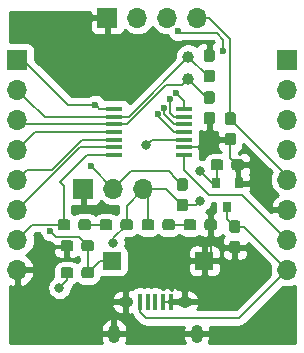
<source format=gbr>
%TF.GenerationSoftware,KiCad,Pcbnew,5.1.2*%
%TF.CreationDate,2019-09-03T08:08:03+08:00*%
%TF.ProjectId,stm32l011d4p6,73746d33-326c-4303-9131-643470362e6b,rev?*%
%TF.SameCoordinates,Original*%
%TF.FileFunction,Copper,L1,Top*%
%TF.FilePolarity,Positive*%
%FSLAX46Y46*%
G04 Gerber Fmt 4.6, Leading zero omitted, Abs format (unit mm)*
G04 Created by KiCad (PCBNEW 5.1.2) date 2019-09-03 08:08:03*
%MOMM*%
%LPD*%
G04 APERTURE LIST*
%ADD10C,1.000000*%
%ADD11R,0.800000X0.900000*%
%ADD12R,1.450000X0.450000*%
%ADD13R,1.500000X1.500000*%
%ADD14C,0.350000*%
%ADD15C,0.950000*%
%ADD16O,1.700000X1.700000*%
%ADD17R,1.700000X1.700000*%
%ADD18O,1.000000X1.550000*%
%ADD19O,1.250000X0.950000*%
%ADD20R,0.400000X1.350000*%
%ADD21C,0.800000*%
%ADD22C,0.600000*%
%ADD23C,0.200000*%
%ADD24C,0.160000*%
%ADD25C,0.254000*%
%ADD26C,0.350000*%
%ADD27C,0.300000*%
%ADD28O,0.500000X1.150000*%
%ADD29O,0.850000X0.550000*%
G04 APERTURE END LIST*
D10*
X157988000Y-67686000D03*
X157988000Y-65786000D03*
D11*
X161290000Y-78470000D03*
X160340000Y-76470000D03*
X162240000Y-76470000D03*
D12*
X157636000Y-70186000D03*
X157636000Y-70836000D03*
X157636000Y-71486000D03*
X157636000Y-72136000D03*
X157636000Y-72786000D03*
X157636000Y-73436000D03*
X157636000Y-74086000D03*
X151736000Y-74086000D03*
X151736000Y-73436000D03*
X151736000Y-72786000D03*
X151736000Y-72136000D03*
X151736000Y-71486000D03*
X151736000Y-70836000D03*
X151736000Y-70186000D03*
D13*
X159348000Y-83058000D03*
X151548000Y-83058000D03*
D14*
G36*
X156633779Y-79536144D02*
G01*
X156656834Y-79539563D01*
X156679443Y-79545227D01*
X156701387Y-79553079D01*
X156722457Y-79563044D01*
X156742448Y-79575026D01*
X156761168Y-79588910D01*
X156778438Y-79604562D01*
X156794090Y-79621832D01*
X156807974Y-79640552D01*
X156819956Y-79660543D01*
X156829921Y-79681613D01*
X156837773Y-79703557D01*
X156843437Y-79726166D01*
X156846856Y-79749221D01*
X156848000Y-79772500D01*
X156848000Y-80247500D01*
X156846856Y-80270779D01*
X156843437Y-80293834D01*
X156837773Y-80316443D01*
X156829921Y-80338387D01*
X156819956Y-80359457D01*
X156807974Y-80379448D01*
X156794090Y-80398168D01*
X156778438Y-80415438D01*
X156761168Y-80431090D01*
X156742448Y-80444974D01*
X156722457Y-80456956D01*
X156701387Y-80466921D01*
X156679443Y-80474773D01*
X156656834Y-80480437D01*
X156633779Y-80483856D01*
X156610500Y-80485000D01*
X156035500Y-80485000D01*
X156012221Y-80483856D01*
X155989166Y-80480437D01*
X155966557Y-80474773D01*
X155944613Y-80466921D01*
X155923543Y-80456956D01*
X155903552Y-80444974D01*
X155884832Y-80431090D01*
X155867562Y-80415438D01*
X155851910Y-80398168D01*
X155838026Y-80379448D01*
X155826044Y-80359457D01*
X155816079Y-80338387D01*
X155808227Y-80316443D01*
X155802563Y-80293834D01*
X155799144Y-80270779D01*
X155798000Y-80247500D01*
X155798000Y-79772500D01*
X155799144Y-79749221D01*
X155802563Y-79726166D01*
X155808227Y-79703557D01*
X155816079Y-79681613D01*
X155826044Y-79660543D01*
X155838026Y-79640552D01*
X155851910Y-79621832D01*
X155867562Y-79604562D01*
X155884832Y-79588910D01*
X155903552Y-79575026D01*
X155923543Y-79563044D01*
X155944613Y-79553079D01*
X155966557Y-79545227D01*
X155989166Y-79539563D01*
X156012221Y-79536144D01*
X156035500Y-79535000D01*
X156610500Y-79535000D01*
X156633779Y-79536144D01*
X156633779Y-79536144D01*
G37*
D15*
X156323000Y-80010000D03*
D14*
G36*
X154883779Y-79536144D02*
G01*
X154906834Y-79539563D01*
X154929443Y-79545227D01*
X154951387Y-79553079D01*
X154972457Y-79563044D01*
X154992448Y-79575026D01*
X155011168Y-79588910D01*
X155028438Y-79604562D01*
X155044090Y-79621832D01*
X155057974Y-79640552D01*
X155069956Y-79660543D01*
X155079921Y-79681613D01*
X155087773Y-79703557D01*
X155093437Y-79726166D01*
X155096856Y-79749221D01*
X155098000Y-79772500D01*
X155098000Y-80247500D01*
X155096856Y-80270779D01*
X155093437Y-80293834D01*
X155087773Y-80316443D01*
X155079921Y-80338387D01*
X155069956Y-80359457D01*
X155057974Y-80379448D01*
X155044090Y-80398168D01*
X155028438Y-80415438D01*
X155011168Y-80431090D01*
X154992448Y-80444974D01*
X154972457Y-80456956D01*
X154951387Y-80466921D01*
X154929443Y-80474773D01*
X154906834Y-80480437D01*
X154883779Y-80483856D01*
X154860500Y-80485000D01*
X154285500Y-80485000D01*
X154262221Y-80483856D01*
X154239166Y-80480437D01*
X154216557Y-80474773D01*
X154194613Y-80466921D01*
X154173543Y-80456956D01*
X154153552Y-80444974D01*
X154134832Y-80431090D01*
X154117562Y-80415438D01*
X154101910Y-80398168D01*
X154088026Y-80379448D01*
X154076044Y-80359457D01*
X154066079Y-80338387D01*
X154058227Y-80316443D01*
X154052563Y-80293834D01*
X154049144Y-80270779D01*
X154048000Y-80247500D01*
X154048000Y-79772500D01*
X154049144Y-79749221D01*
X154052563Y-79726166D01*
X154058227Y-79703557D01*
X154066079Y-79681613D01*
X154076044Y-79660543D01*
X154088026Y-79640552D01*
X154101910Y-79621832D01*
X154117562Y-79604562D01*
X154134832Y-79588910D01*
X154153552Y-79575026D01*
X154173543Y-79563044D01*
X154194613Y-79553079D01*
X154216557Y-79545227D01*
X154239166Y-79539563D01*
X154262221Y-79536144D01*
X154285500Y-79535000D01*
X154860500Y-79535000D01*
X154883779Y-79536144D01*
X154883779Y-79536144D01*
G37*
D15*
X154573000Y-80010000D03*
D14*
G36*
X151327779Y-79536144D02*
G01*
X151350834Y-79539563D01*
X151373443Y-79545227D01*
X151395387Y-79553079D01*
X151416457Y-79563044D01*
X151436448Y-79575026D01*
X151455168Y-79588910D01*
X151472438Y-79604562D01*
X151488090Y-79621832D01*
X151501974Y-79640552D01*
X151513956Y-79660543D01*
X151523921Y-79681613D01*
X151531773Y-79703557D01*
X151537437Y-79726166D01*
X151540856Y-79749221D01*
X151542000Y-79772500D01*
X151542000Y-80247500D01*
X151540856Y-80270779D01*
X151537437Y-80293834D01*
X151531773Y-80316443D01*
X151523921Y-80338387D01*
X151513956Y-80359457D01*
X151501974Y-80379448D01*
X151488090Y-80398168D01*
X151472438Y-80415438D01*
X151455168Y-80431090D01*
X151436448Y-80444974D01*
X151416457Y-80456956D01*
X151395387Y-80466921D01*
X151373443Y-80474773D01*
X151350834Y-80480437D01*
X151327779Y-80483856D01*
X151304500Y-80485000D01*
X150729500Y-80485000D01*
X150706221Y-80483856D01*
X150683166Y-80480437D01*
X150660557Y-80474773D01*
X150638613Y-80466921D01*
X150617543Y-80456956D01*
X150597552Y-80444974D01*
X150578832Y-80431090D01*
X150561562Y-80415438D01*
X150545910Y-80398168D01*
X150532026Y-80379448D01*
X150520044Y-80359457D01*
X150510079Y-80338387D01*
X150502227Y-80316443D01*
X150496563Y-80293834D01*
X150493144Y-80270779D01*
X150492000Y-80247500D01*
X150492000Y-79772500D01*
X150493144Y-79749221D01*
X150496563Y-79726166D01*
X150502227Y-79703557D01*
X150510079Y-79681613D01*
X150520044Y-79660543D01*
X150532026Y-79640552D01*
X150545910Y-79621832D01*
X150561562Y-79604562D01*
X150578832Y-79588910D01*
X150597552Y-79575026D01*
X150617543Y-79563044D01*
X150638613Y-79553079D01*
X150660557Y-79545227D01*
X150683166Y-79539563D01*
X150706221Y-79536144D01*
X150729500Y-79535000D01*
X151304500Y-79535000D01*
X151327779Y-79536144D01*
X151327779Y-79536144D01*
G37*
D15*
X151017000Y-80010000D03*
D14*
G36*
X153077779Y-79536144D02*
G01*
X153100834Y-79539563D01*
X153123443Y-79545227D01*
X153145387Y-79553079D01*
X153166457Y-79563044D01*
X153186448Y-79575026D01*
X153205168Y-79588910D01*
X153222438Y-79604562D01*
X153238090Y-79621832D01*
X153251974Y-79640552D01*
X153263956Y-79660543D01*
X153273921Y-79681613D01*
X153281773Y-79703557D01*
X153287437Y-79726166D01*
X153290856Y-79749221D01*
X153292000Y-79772500D01*
X153292000Y-80247500D01*
X153290856Y-80270779D01*
X153287437Y-80293834D01*
X153281773Y-80316443D01*
X153273921Y-80338387D01*
X153263956Y-80359457D01*
X153251974Y-80379448D01*
X153238090Y-80398168D01*
X153222438Y-80415438D01*
X153205168Y-80431090D01*
X153186448Y-80444974D01*
X153166457Y-80456956D01*
X153145387Y-80466921D01*
X153123443Y-80474773D01*
X153100834Y-80480437D01*
X153077779Y-80483856D01*
X153054500Y-80485000D01*
X152479500Y-80485000D01*
X152456221Y-80483856D01*
X152433166Y-80480437D01*
X152410557Y-80474773D01*
X152388613Y-80466921D01*
X152367543Y-80456956D01*
X152347552Y-80444974D01*
X152328832Y-80431090D01*
X152311562Y-80415438D01*
X152295910Y-80398168D01*
X152282026Y-80379448D01*
X152270044Y-80359457D01*
X152260079Y-80338387D01*
X152252227Y-80316443D01*
X152246563Y-80293834D01*
X152243144Y-80270779D01*
X152242000Y-80247500D01*
X152242000Y-79772500D01*
X152243144Y-79749221D01*
X152246563Y-79726166D01*
X152252227Y-79703557D01*
X152260079Y-79681613D01*
X152270044Y-79660543D01*
X152282026Y-79640552D01*
X152295910Y-79621832D01*
X152311562Y-79604562D01*
X152328832Y-79588910D01*
X152347552Y-79575026D01*
X152367543Y-79563044D01*
X152388613Y-79553079D01*
X152410557Y-79545227D01*
X152433166Y-79539563D01*
X152456221Y-79536144D01*
X152479500Y-79535000D01*
X153054500Y-79535000D01*
X153077779Y-79536144D01*
X153077779Y-79536144D01*
G37*
D15*
X152767000Y-80010000D03*
D14*
G36*
X149775779Y-83600144D02*
G01*
X149798834Y-83603563D01*
X149821443Y-83609227D01*
X149843387Y-83617079D01*
X149864457Y-83627044D01*
X149884448Y-83639026D01*
X149903168Y-83652910D01*
X149920438Y-83668562D01*
X149936090Y-83685832D01*
X149949974Y-83704552D01*
X149961956Y-83724543D01*
X149971921Y-83745613D01*
X149979773Y-83767557D01*
X149985437Y-83790166D01*
X149988856Y-83813221D01*
X149990000Y-83836500D01*
X149990000Y-84311500D01*
X149988856Y-84334779D01*
X149985437Y-84357834D01*
X149979773Y-84380443D01*
X149971921Y-84402387D01*
X149961956Y-84423457D01*
X149949974Y-84443448D01*
X149936090Y-84462168D01*
X149920438Y-84479438D01*
X149903168Y-84495090D01*
X149884448Y-84508974D01*
X149864457Y-84520956D01*
X149843387Y-84530921D01*
X149821443Y-84538773D01*
X149798834Y-84544437D01*
X149775779Y-84547856D01*
X149752500Y-84549000D01*
X149177500Y-84549000D01*
X149154221Y-84547856D01*
X149131166Y-84544437D01*
X149108557Y-84538773D01*
X149086613Y-84530921D01*
X149065543Y-84520956D01*
X149045552Y-84508974D01*
X149026832Y-84495090D01*
X149009562Y-84479438D01*
X148993910Y-84462168D01*
X148980026Y-84443448D01*
X148968044Y-84423457D01*
X148958079Y-84402387D01*
X148950227Y-84380443D01*
X148944563Y-84357834D01*
X148941144Y-84334779D01*
X148940000Y-84311500D01*
X148940000Y-83836500D01*
X148941144Y-83813221D01*
X148944563Y-83790166D01*
X148950227Y-83767557D01*
X148958079Y-83745613D01*
X148968044Y-83724543D01*
X148980026Y-83704552D01*
X148993910Y-83685832D01*
X149009562Y-83668562D01*
X149026832Y-83652910D01*
X149045552Y-83639026D01*
X149065543Y-83627044D01*
X149086613Y-83617079D01*
X149108557Y-83609227D01*
X149131166Y-83603563D01*
X149154221Y-83600144D01*
X149177500Y-83599000D01*
X149752500Y-83599000D01*
X149775779Y-83600144D01*
X149775779Y-83600144D01*
G37*
D15*
X149465000Y-84074000D03*
D14*
G36*
X148025779Y-83600144D02*
G01*
X148048834Y-83603563D01*
X148071443Y-83609227D01*
X148093387Y-83617079D01*
X148114457Y-83627044D01*
X148134448Y-83639026D01*
X148153168Y-83652910D01*
X148170438Y-83668562D01*
X148186090Y-83685832D01*
X148199974Y-83704552D01*
X148211956Y-83724543D01*
X148221921Y-83745613D01*
X148229773Y-83767557D01*
X148235437Y-83790166D01*
X148238856Y-83813221D01*
X148240000Y-83836500D01*
X148240000Y-84311500D01*
X148238856Y-84334779D01*
X148235437Y-84357834D01*
X148229773Y-84380443D01*
X148221921Y-84402387D01*
X148211956Y-84423457D01*
X148199974Y-84443448D01*
X148186090Y-84462168D01*
X148170438Y-84479438D01*
X148153168Y-84495090D01*
X148134448Y-84508974D01*
X148114457Y-84520956D01*
X148093387Y-84530921D01*
X148071443Y-84538773D01*
X148048834Y-84544437D01*
X148025779Y-84547856D01*
X148002500Y-84549000D01*
X147427500Y-84549000D01*
X147404221Y-84547856D01*
X147381166Y-84544437D01*
X147358557Y-84538773D01*
X147336613Y-84530921D01*
X147315543Y-84520956D01*
X147295552Y-84508974D01*
X147276832Y-84495090D01*
X147259562Y-84479438D01*
X147243910Y-84462168D01*
X147230026Y-84443448D01*
X147218044Y-84423457D01*
X147208079Y-84402387D01*
X147200227Y-84380443D01*
X147194563Y-84357834D01*
X147191144Y-84334779D01*
X147190000Y-84311500D01*
X147190000Y-83836500D01*
X147191144Y-83813221D01*
X147194563Y-83790166D01*
X147200227Y-83767557D01*
X147208079Y-83745613D01*
X147218044Y-83724543D01*
X147230026Y-83704552D01*
X147243910Y-83685832D01*
X147259562Y-83668562D01*
X147276832Y-83652910D01*
X147295552Y-83639026D01*
X147315543Y-83627044D01*
X147336613Y-83617079D01*
X147358557Y-83609227D01*
X147381166Y-83603563D01*
X147404221Y-83600144D01*
X147427500Y-83599000D01*
X148002500Y-83599000D01*
X148025779Y-83600144D01*
X148025779Y-83600144D01*
G37*
D15*
X147715000Y-84074000D03*
D14*
G36*
X157740779Y-77821144D02*
G01*
X157763834Y-77824563D01*
X157786443Y-77830227D01*
X157808387Y-77838079D01*
X157829457Y-77848044D01*
X157849448Y-77860026D01*
X157868168Y-77873910D01*
X157885438Y-77889562D01*
X157901090Y-77906832D01*
X157914974Y-77925552D01*
X157926956Y-77945543D01*
X157936921Y-77966613D01*
X157944773Y-77988557D01*
X157950437Y-78011166D01*
X157953856Y-78034221D01*
X157955000Y-78057500D01*
X157955000Y-78632500D01*
X157953856Y-78655779D01*
X157950437Y-78678834D01*
X157944773Y-78701443D01*
X157936921Y-78723387D01*
X157926956Y-78744457D01*
X157914974Y-78764448D01*
X157901090Y-78783168D01*
X157885438Y-78800438D01*
X157868168Y-78816090D01*
X157849448Y-78829974D01*
X157829457Y-78841956D01*
X157808387Y-78851921D01*
X157786443Y-78859773D01*
X157763834Y-78865437D01*
X157740779Y-78868856D01*
X157717500Y-78870000D01*
X157242500Y-78870000D01*
X157219221Y-78868856D01*
X157196166Y-78865437D01*
X157173557Y-78859773D01*
X157151613Y-78851921D01*
X157130543Y-78841956D01*
X157110552Y-78829974D01*
X157091832Y-78816090D01*
X157074562Y-78800438D01*
X157058910Y-78783168D01*
X157045026Y-78764448D01*
X157033044Y-78744457D01*
X157023079Y-78723387D01*
X157015227Y-78701443D01*
X157009563Y-78678834D01*
X157006144Y-78655779D01*
X157005000Y-78632500D01*
X157005000Y-78057500D01*
X157006144Y-78034221D01*
X157009563Y-78011166D01*
X157015227Y-77988557D01*
X157023079Y-77966613D01*
X157033044Y-77945543D01*
X157045026Y-77925552D01*
X157058910Y-77906832D01*
X157074562Y-77889562D01*
X157091832Y-77873910D01*
X157110552Y-77860026D01*
X157130543Y-77848044D01*
X157151613Y-77838079D01*
X157173557Y-77830227D01*
X157196166Y-77824563D01*
X157219221Y-77821144D01*
X157242500Y-77820000D01*
X157717500Y-77820000D01*
X157740779Y-77821144D01*
X157740779Y-77821144D01*
G37*
D15*
X157480000Y-78345000D03*
D14*
G36*
X157740779Y-76071144D02*
G01*
X157763834Y-76074563D01*
X157786443Y-76080227D01*
X157808387Y-76088079D01*
X157829457Y-76098044D01*
X157849448Y-76110026D01*
X157868168Y-76123910D01*
X157885438Y-76139562D01*
X157901090Y-76156832D01*
X157914974Y-76175552D01*
X157926956Y-76195543D01*
X157936921Y-76216613D01*
X157944773Y-76238557D01*
X157950437Y-76261166D01*
X157953856Y-76284221D01*
X157955000Y-76307500D01*
X157955000Y-76882500D01*
X157953856Y-76905779D01*
X157950437Y-76928834D01*
X157944773Y-76951443D01*
X157936921Y-76973387D01*
X157926956Y-76994457D01*
X157914974Y-77014448D01*
X157901090Y-77033168D01*
X157885438Y-77050438D01*
X157868168Y-77066090D01*
X157849448Y-77079974D01*
X157829457Y-77091956D01*
X157808387Y-77101921D01*
X157786443Y-77109773D01*
X157763834Y-77115437D01*
X157740779Y-77118856D01*
X157717500Y-77120000D01*
X157242500Y-77120000D01*
X157219221Y-77118856D01*
X157196166Y-77115437D01*
X157173557Y-77109773D01*
X157151613Y-77101921D01*
X157130543Y-77091956D01*
X157110552Y-77079974D01*
X157091832Y-77066090D01*
X157074562Y-77050438D01*
X157058910Y-77033168D01*
X157045026Y-77014448D01*
X157033044Y-76994457D01*
X157023079Y-76973387D01*
X157015227Y-76951443D01*
X157009563Y-76928834D01*
X157006144Y-76905779D01*
X157005000Y-76882500D01*
X157005000Y-76307500D01*
X157006144Y-76284221D01*
X157009563Y-76261166D01*
X157015227Y-76238557D01*
X157023079Y-76216613D01*
X157033044Y-76195543D01*
X157045026Y-76175552D01*
X157058910Y-76156832D01*
X157074562Y-76139562D01*
X157091832Y-76123910D01*
X157110552Y-76110026D01*
X157130543Y-76098044D01*
X157151613Y-76088079D01*
X157173557Y-76080227D01*
X157196166Y-76074563D01*
X157219221Y-76071144D01*
X157242500Y-76070000D01*
X157717500Y-76070000D01*
X157740779Y-76071144D01*
X157740779Y-76071144D01*
G37*
D15*
X157480000Y-76595000D03*
D16*
X166370000Y-83820000D03*
X166370000Y-81280000D03*
X166370000Y-78740000D03*
X166370000Y-76200000D03*
X166370000Y-73660000D03*
X166370000Y-71120000D03*
X166370000Y-68580000D03*
D17*
X166370000Y-66040000D03*
D16*
X158750000Y-62484000D03*
X156210000Y-62484000D03*
X153670000Y-62484000D03*
D17*
X151130000Y-62484000D03*
D16*
X143510000Y-83820000D03*
X143510000Y-81280000D03*
X143510000Y-78740000D03*
X143510000Y-76200000D03*
X143510000Y-73660000D03*
X143510000Y-71120000D03*
X143510000Y-68580000D03*
D17*
X143510000Y-66040000D03*
D16*
X154178000Y-76962000D03*
X151638000Y-76962000D03*
D17*
X149098000Y-76962000D03*
D18*
X158694000Y-89234000D03*
X151694000Y-89234000D03*
D19*
X157694000Y-86534000D03*
X152694000Y-86534000D03*
D20*
X156494000Y-86534000D03*
X155844000Y-86534000D03*
X155194000Y-86534000D03*
X154544000Y-86534000D03*
X153894000Y-86534000D03*
D14*
G36*
X158439779Y-79536144D02*
G01*
X158462834Y-79539563D01*
X158485443Y-79545227D01*
X158507387Y-79553079D01*
X158528457Y-79563044D01*
X158548448Y-79575026D01*
X158567168Y-79588910D01*
X158584438Y-79604562D01*
X158600090Y-79621832D01*
X158613974Y-79640552D01*
X158625956Y-79660543D01*
X158635921Y-79681613D01*
X158643773Y-79703557D01*
X158649437Y-79726166D01*
X158652856Y-79749221D01*
X158654000Y-79772500D01*
X158654000Y-80247500D01*
X158652856Y-80270779D01*
X158649437Y-80293834D01*
X158643773Y-80316443D01*
X158635921Y-80338387D01*
X158625956Y-80359457D01*
X158613974Y-80379448D01*
X158600090Y-80398168D01*
X158584438Y-80415438D01*
X158567168Y-80431090D01*
X158548448Y-80444974D01*
X158528457Y-80456956D01*
X158507387Y-80466921D01*
X158485443Y-80474773D01*
X158462834Y-80480437D01*
X158439779Y-80483856D01*
X158416500Y-80485000D01*
X157841500Y-80485000D01*
X157818221Y-80483856D01*
X157795166Y-80480437D01*
X157772557Y-80474773D01*
X157750613Y-80466921D01*
X157729543Y-80456956D01*
X157709552Y-80444974D01*
X157690832Y-80431090D01*
X157673562Y-80415438D01*
X157657910Y-80398168D01*
X157644026Y-80379448D01*
X157632044Y-80359457D01*
X157622079Y-80338387D01*
X157614227Y-80316443D01*
X157608563Y-80293834D01*
X157605144Y-80270779D01*
X157604000Y-80247500D01*
X157604000Y-79772500D01*
X157605144Y-79749221D01*
X157608563Y-79726166D01*
X157614227Y-79703557D01*
X157622079Y-79681613D01*
X157632044Y-79660543D01*
X157644026Y-79640552D01*
X157657910Y-79621832D01*
X157673562Y-79604562D01*
X157690832Y-79588910D01*
X157709552Y-79575026D01*
X157729543Y-79563044D01*
X157750613Y-79553079D01*
X157772557Y-79545227D01*
X157795166Y-79539563D01*
X157818221Y-79536144D01*
X157841500Y-79535000D01*
X158416500Y-79535000D01*
X158439779Y-79536144D01*
X158439779Y-79536144D01*
G37*
D15*
X158129000Y-80010000D03*
D14*
G36*
X160189779Y-79536144D02*
G01*
X160212834Y-79539563D01*
X160235443Y-79545227D01*
X160257387Y-79553079D01*
X160278457Y-79563044D01*
X160298448Y-79575026D01*
X160317168Y-79588910D01*
X160334438Y-79604562D01*
X160350090Y-79621832D01*
X160363974Y-79640552D01*
X160375956Y-79660543D01*
X160385921Y-79681613D01*
X160393773Y-79703557D01*
X160399437Y-79726166D01*
X160402856Y-79749221D01*
X160404000Y-79772500D01*
X160404000Y-80247500D01*
X160402856Y-80270779D01*
X160399437Y-80293834D01*
X160393773Y-80316443D01*
X160385921Y-80338387D01*
X160375956Y-80359457D01*
X160363974Y-80379448D01*
X160350090Y-80398168D01*
X160334438Y-80415438D01*
X160317168Y-80431090D01*
X160298448Y-80444974D01*
X160278457Y-80456956D01*
X160257387Y-80466921D01*
X160235443Y-80474773D01*
X160212834Y-80480437D01*
X160189779Y-80483856D01*
X160166500Y-80485000D01*
X159591500Y-80485000D01*
X159568221Y-80483856D01*
X159545166Y-80480437D01*
X159522557Y-80474773D01*
X159500613Y-80466921D01*
X159479543Y-80456956D01*
X159459552Y-80444974D01*
X159440832Y-80431090D01*
X159423562Y-80415438D01*
X159407910Y-80398168D01*
X159394026Y-80379448D01*
X159382044Y-80359457D01*
X159372079Y-80338387D01*
X159364227Y-80316443D01*
X159358563Y-80293834D01*
X159355144Y-80270779D01*
X159354000Y-80247500D01*
X159354000Y-79772500D01*
X159355144Y-79749221D01*
X159358563Y-79726166D01*
X159364227Y-79703557D01*
X159372079Y-79681613D01*
X159382044Y-79660543D01*
X159394026Y-79640552D01*
X159407910Y-79621832D01*
X159423562Y-79604562D01*
X159440832Y-79588910D01*
X159459552Y-79575026D01*
X159479543Y-79563044D01*
X159500613Y-79553079D01*
X159522557Y-79545227D01*
X159545166Y-79539563D01*
X159568221Y-79536144D01*
X159591500Y-79535000D01*
X160166500Y-79535000D01*
X160189779Y-79536144D01*
X160189779Y-79536144D01*
G37*
D15*
X159879000Y-80010000D03*
D14*
G36*
X149521779Y-79536144D02*
G01*
X149544834Y-79539563D01*
X149567443Y-79545227D01*
X149589387Y-79553079D01*
X149610457Y-79563044D01*
X149630448Y-79575026D01*
X149649168Y-79588910D01*
X149666438Y-79604562D01*
X149682090Y-79621832D01*
X149695974Y-79640552D01*
X149707956Y-79660543D01*
X149717921Y-79681613D01*
X149725773Y-79703557D01*
X149731437Y-79726166D01*
X149734856Y-79749221D01*
X149736000Y-79772500D01*
X149736000Y-80247500D01*
X149734856Y-80270779D01*
X149731437Y-80293834D01*
X149725773Y-80316443D01*
X149717921Y-80338387D01*
X149707956Y-80359457D01*
X149695974Y-80379448D01*
X149682090Y-80398168D01*
X149666438Y-80415438D01*
X149649168Y-80431090D01*
X149630448Y-80444974D01*
X149610457Y-80456956D01*
X149589387Y-80466921D01*
X149567443Y-80474773D01*
X149544834Y-80480437D01*
X149521779Y-80483856D01*
X149498500Y-80485000D01*
X148923500Y-80485000D01*
X148900221Y-80483856D01*
X148877166Y-80480437D01*
X148854557Y-80474773D01*
X148832613Y-80466921D01*
X148811543Y-80456956D01*
X148791552Y-80444974D01*
X148772832Y-80431090D01*
X148755562Y-80415438D01*
X148739910Y-80398168D01*
X148726026Y-80379448D01*
X148714044Y-80359457D01*
X148704079Y-80338387D01*
X148696227Y-80316443D01*
X148690563Y-80293834D01*
X148687144Y-80270779D01*
X148686000Y-80247500D01*
X148686000Y-79772500D01*
X148687144Y-79749221D01*
X148690563Y-79726166D01*
X148696227Y-79703557D01*
X148704079Y-79681613D01*
X148714044Y-79660543D01*
X148726026Y-79640552D01*
X148739910Y-79621832D01*
X148755562Y-79604562D01*
X148772832Y-79588910D01*
X148791552Y-79575026D01*
X148811543Y-79563044D01*
X148832613Y-79553079D01*
X148854557Y-79545227D01*
X148877166Y-79539563D01*
X148900221Y-79536144D01*
X148923500Y-79535000D01*
X149498500Y-79535000D01*
X149521779Y-79536144D01*
X149521779Y-79536144D01*
G37*
D15*
X149211000Y-80010000D03*
D14*
G36*
X147771779Y-79536144D02*
G01*
X147794834Y-79539563D01*
X147817443Y-79545227D01*
X147839387Y-79553079D01*
X147860457Y-79563044D01*
X147880448Y-79575026D01*
X147899168Y-79588910D01*
X147916438Y-79604562D01*
X147932090Y-79621832D01*
X147945974Y-79640552D01*
X147957956Y-79660543D01*
X147967921Y-79681613D01*
X147975773Y-79703557D01*
X147981437Y-79726166D01*
X147984856Y-79749221D01*
X147986000Y-79772500D01*
X147986000Y-80247500D01*
X147984856Y-80270779D01*
X147981437Y-80293834D01*
X147975773Y-80316443D01*
X147967921Y-80338387D01*
X147957956Y-80359457D01*
X147945974Y-80379448D01*
X147932090Y-80398168D01*
X147916438Y-80415438D01*
X147899168Y-80431090D01*
X147880448Y-80444974D01*
X147860457Y-80456956D01*
X147839387Y-80466921D01*
X147817443Y-80474773D01*
X147794834Y-80480437D01*
X147771779Y-80483856D01*
X147748500Y-80485000D01*
X147173500Y-80485000D01*
X147150221Y-80483856D01*
X147127166Y-80480437D01*
X147104557Y-80474773D01*
X147082613Y-80466921D01*
X147061543Y-80456956D01*
X147041552Y-80444974D01*
X147022832Y-80431090D01*
X147005562Y-80415438D01*
X146989910Y-80398168D01*
X146976026Y-80379448D01*
X146964044Y-80359457D01*
X146954079Y-80338387D01*
X146946227Y-80316443D01*
X146940563Y-80293834D01*
X146937144Y-80270779D01*
X146936000Y-80247500D01*
X146936000Y-79772500D01*
X146937144Y-79749221D01*
X146940563Y-79726166D01*
X146946227Y-79703557D01*
X146954079Y-79681613D01*
X146964044Y-79660543D01*
X146976026Y-79640552D01*
X146989910Y-79621832D01*
X147005562Y-79604562D01*
X147022832Y-79588910D01*
X147041552Y-79575026D01*
X147061543Y-79563044D01*
X147082613Y-79553079D01*
X147104557Y-79545227D01*
X147127166Y-79539563D01*
X147150221Y-79536144D01*
X147173500Y-79535000D01*
X147748500Y-79535000D01*
X147771779Y-79536144D01*
X147771779Y-79536144D01*
G37*
D15*
X147461000Y-80010000D03*
D14*
G36*
X162475779Y-74456144D02*
G01*
X162498834Y-74459563D01*
X162521443Y-74465227D01*
X162543387Y-74473079D01*
X162564457Y-74483044D01*
X162584448Y-74495026D01*
X162603168Y-74508910D01*
X162620438Y-74524562D01*
X162636090Y-74541832D01*
X162649974Y-74560552D01*
X162661956Y-74580543D01*
X162671921Y-74601613D01*
X162679773Y-74623557D01*
X162685437Y-74646166D01*
X162688856Y-74669221D01*
X162690000Y-74692500D01*
X162690000Y-75167500D01*
X162688856Y-75190779D01*
X162685437Y-75213834D01*
X162679773Y-75236443D01*
X162671921Y-75258387D01*
X162661956Y-75279457D01*
X162649974Y-75299448D01*
X162636090Y-75318168D01*
X162620438Y-75335438D01*
X162603168Y-75351090D01*
X162584448Y-75364974D01*
X162564457Y-75376956D01*
X162543387Y-75386921D01*
X162521443Y-75394773D01*
X162498834Y-75400437D01*
X162475779Y-75403856D01*
X162452500Y-75405000D01*
X161877500Y-75405000D01*
X161854221Y-75403856D01*
X161831166Y-75400437D01*
X161808557Y-75394773D01*
X161786613Y-75386921D01*
X161765543Y-75376956D01*
X161745552Y-75364974D01*
X161726832Y-75351090D01*
X161709562Y-75335438D01*
X161693910Y-75318168D01*
X161680026Y-75299448D01*
X161668044Y-75279457D01*
X161658079Y-75258387D01*
X161650227Y-75236443D01*
X161644563Y-75213834D01*
X161641144Y-75190779D01*
X161640000Y-75167500D01*
X161640000Y-74692500D01*
X161641144Y-74669221D01*
X161644563Y-74646166D01*
X161650227Y-74623557D01*
X161658079Y-74601613D01*
X161668044Y-74580543D01*
X161680026Y-74560552D01*
X161693910Y-74541832D01*
X161709562Y-74524562D01*
X161726832Y-74508910D01*
X161745552Y-74495026D01*
X161765543Y-74483044D01*
X161786613Y-74473079D01*
X161808557Y-74465227D01*
X161831166Y-74459563D01*
X161854221Y-74456144D01*
X161877500Y-74455000D01*
X162452500Y-74455000D01*
X162475779Y-74456144D01*
X162475779Y-74456144D01*
G37*
D15*
X162165000Y-74930000D03*
D14*
G36*
X160725779Y-74456144D02*
G01*
X160748834Y-74459563D01*
X160771443Y-74465227D01*
X160793387Y-74473079D01*
X160814457Y-74483044D01*
X160834448Y-74495026D01*
X160853168Y-74508910D01*
X160870438Y-74524562D01*
X160886090Y-74541832D01*
X160899974Y-74560552D01*
X160911956Y-74580543D01*
X160921921Y-74601613D01*
X160929773Y-74623557D01*
X160935437Y-74646166D01*
X160938856Y-74669221D01*
X160940000Y-74692500D01*
X160940000Y-75167500D01*
X160938856Y-75190779D01*
X160935437Y-75213834D01*
X160929773Y-75236443D01*
X160921921Y-75258387D01*
X160911956Y-75279457D01*
X160899974Y-75299448D01*
X160886090Y-75318168D01*
X160870438Y-75335438D01*
X160853168Y-75351090D01*
X160834448Y-75364974D01*
X160814457Y-75376956D01*
X160793387Y-75386921D01*
X160771443Y-75394773D01*
X160748834Y-75400437D01*
X160725779Y-75403856D01*
X160702500Y-75405000D01*
X160127500Y-75405000D01*
X160104221Y-75403856D01*
X160081166Y-75400437D01*
X160058557Y-75394773D01*
X160036613Y-75386921D01*
X160015543Y-75376956D01*
X159995552Y-75364974D01*
X159976832Y-75351090D01*
X159959562Y-75335438D01*
X159943910Y-75318168D01*
X159930026Y-75299448D01*
X159918044Y-75279457D01*
X159908079Y-75258387D01*
X159900227Y-75236443D01*
X159894563Y-75213834D01*
X159891144Y-75190779D01*
X159890000Y-75167500D01*
X159890000Y-74692500D01*
X159891144Y-74669221D01*
X159894563Y-74646166D01*
X159900227Y-74623557D01*
X159908079Y-74601613D01*
X159918044Y-74580543D01*
X159930026Y-74560552D01*
X159943910Y-74541832D01*
X159959562Y-74524562D01*
X159976832Y-74508910D01*
X159995552Y-74495026D01*
X160015543Y-74483044D01*
X160036613Y-74473079D01*
X160058557Y-74465227D01*
X160081166Y-74459563D01*
X160104221Y-74456144D01*
X160127500Y-74455000D01*
X160702500Y-74455000D01*
X160725779Y-74456144D01*
X160725779Y-74456144D01*
G37*
D15*
X160415000Y-74930000D03*
D14*
G36*
X162185779Y-79627144D02*
G01*
X162208834Y-79630563D01*
X162231443Y-79636227D01*
X162253387Y-79644079D01*
X162274457Y-79654044D01*
X162294448Y-79666026D01*
X162313168Y-79679910D01*
X162330438Y-79695562D01*
X162346090Y-79712832D01*
X162359974Y-79731552D01*
X162371956Y-79751543D01*
X162381921Y-79772613D01*
X162389773Y-79794557D01*
X162395437Y-79817166D01*
X162398856Y-79840221D01*
X162400000Y-79863500D01*
X162400000Y-80438500D01*
X162398856Y-80461779D01*
X162395437Y-80484834D01*
X162389773Y-80507443D01*
X162381921Y-80529387D01*
X162371956Y-80550457D01*
X162359974Y-80570448D01*
X162346090Y-80589168D01*
X162330438Y-80606438D01*
X162313168Y-80622090D01*
X162294448Y-80635974D01*
X162274457Y-80647956D01*
X162253387Y-80657921D01*
X162231443Y-80665773D01*
X162208834Y-80671437D01*
X162185779Y-80674856D01*
X162162500Y-80676000D01*
X161687500Y-80676000D01*
X161664221Y-80674856D01*
X161641166Y-80671437D01*
X161618557Y-80665773D01*
X161596613Y-80657921D01*
X161575543Y-80647956D01*
X161555552Y-80635974D01*
X161536832Y-80622090D01*
X161519562Y-80606438D01*
X161503910Y-80589168D01*
X161490026Y-80570448D01*
X161478044Y-80550457D01*
X161468079Y-80529387D01*
X161460227Y-80507443D01*
X161454563Y-80484834D01*
X161451144Y-80461779D01*
X161450000Y-80438500D01*
X161450000Y-79863500D01*
X161451144Y-79840221D01*
X161454563Y-79817166D01*
X161460227Y-79794557D01*
X161468079Y-79772613D01*
X161478044Y-79751543D01*
X161490026Y-79731552D01*
X161503910Y-79712832D01*
X161519562Y-79695562D01*
X161536832Y-79679910D01*
X161555552Y-79666026D01*
X161575543Y-79654044D01*
X161596613Y-79644079D01*
X161618557Y-79636227D01*
X161641166Y-79630563D01*
X161664221Y-79627144D01*
X161687500Y-79626000D01*
X162162500Y-79626000D01*
X162185779Y-79627144D01*
X162185779Y-79627144D01*
G37*
D15*
X161925000Y-80151000D03*
D14*
G36*
X162185779Y-81377144D02*
G01*
X162208834Y-81380563D01*
X162231443Y-81386227D01*
X162253387Y-81394079D01*
X162274457Y-81404044D01*
X162294448Y-81416026D01*
X162313168Y-81429910D01*
X162330438Y-81445562D01*
X162346090Y-81462832D01*
X162359974Y-81481552D01*
X162371956Y-81501543D01*
X162381921Y-81522613D01*
X162389773Y-81544557D01*
X162395437Y-81567166D01*
X162398856Y-81590221D01*
X162400000Y-81613500D01*
X162400000Y-82188500D01*
X162398856Y-82211779D01*
X162395437Y-82234834D01*
X162389773Y-82257443D01*
X162381921Y-82279387D01*
X162371956Y-82300457D01*
X162359974Y-82320448D01*
X162346090Y-82339168D01*
X162330438Y-82356438D01*
X162313168Y-82372090D01*
X162294448Y-82385974D01*
X162274457Y-82397956D01*
X162253387Y-82407921D01*
X162231443Y-82415773D01*
X162208834Y-82421437D01*
X162185779Y-82424856D01*
X162162500Y-82426000D01*
X161687500Y-82426000D01*
X161664221Y-82424856D01*
X161641166Y-82421437D01*
X161618557Y-82415773D01*
X161596613Y-82407921D01*
X161575543Y-82397956D01*
X161555552Y-82385974D01*
X161536832Y-82372090D01*
X161519562Y-82356438D01*
X161503910Y-82339168D01*
X161490026Y-82320448D01*
X161478044Y-82300457D01*
X161468079Y-82279387D01*
X161460227Y-82257443D01*
X161454563Y-82234834D01*
X161451144Y-82211779D01*
X161450000Y-82188500D01*
X161450000Y-81613500D01*
X161451144Y-81590221D01*
X161454563Y-81567166D01*
X161460227Y-81544557D01*
X161468079Y-81522613D01*
X161478044Y-81501543D01*
X161490026Y-81481552D01*
X161503910Y-81462832D01*
X161519562Y-81445562D01*
X161536832Y-81429910D01*
X161555552Y-81416026D01*
X161575543Y-81404044D01*
X161596613Y-81394079D01*
X161618557Y-81386227D01*
X161641166Y-81380563D01*
X161664221Y-81377144D01*
X161687500Y-81376000D01*
X162162500Y-81376000D01*
X162185779Y-81377144D01*
X162185779Y-81377144D01*
G37*
D15*
X161925000Y-81901000D03*
D14*
G36*
X148025779Y-81314144D02*
G01*
X148048834Y-81317563D01*
X148071443Y-81323227D01*
X148093387Y-81331079D01*
X148114457Y-81341044D01*
X148134448Y-81353026D01*
X148153168Y-81366910D01*
X148170438Y-81382562D01*
X148186090Y-81399832D01*
X148199974Y-81418552D01*
X148211956Y-81438543D01*
X148221921Y-81459613D01*
X148229773Y-81481557D01*
X148235437Y-81504166D01*
X148238856Y-81527221D01*
X148240000Y-81550500D01*
X148240000Y-82025500D01*
X148238856Y-82048779D01*
X148235437Y-82071834D01*
X148229773Y-82094443D01*
X148221921Y-82116387D01*
X148211956Y-82137457D01*
X148199974Y-82157448D01*
X148186090Y-82176168D01*
X148170438Y-82193438D01*
X148153168Y-82209090D01*
X148134448Y-82222974D01*
X148114457Y-82234956D01*
X148093387Y-82244921D01*
X148071443Y-82252773D01*
X148048834Y-82258437D01*
X148025779Y-82261856D01*
X148002500Y-82263000D01*
X147427500Y-82263000D01*
X147404221Y-82261856D01*
X147381166Y-82258437D01*
X147358557Y-82252773D01*
X147336613Y-82244921D01*
X147315543Y-82234956D01*
X147295552Y-82222974D01*
X147276832Y-82209090D01*
X147259562Y-82193438D01*
X147243910Y-82176168D01*
X147230026Y-82157448D01*
X147218044Y-82137457D01*
X147208079Y-82116387D01*
X147200227Y-82094443D01*
X147194563Y-82071834D01*
X147191144Y-82048779D01*
X147190000Y-82025500D01*
X147190000Y-81550500D01*
X147191144Y-81527221D01*
X147194563Y-81504166D01*
X147200227Y-81481557D01*
X147208079Y-81459613D01*
X147218044Y-81438543D01*
X147230026Y-81418552D01*
X147243910Y-81399832D01*
X147259562Y-81382562D01*
X147276832Y-81366910D01*
X147295552Y-81353026D01*
X147315543Y-81341044D01*
X147336613Y-81331079D01*
X147358557Y-81323227D01*
X147381166Y-81317563D01*
X147404221Y-81314144D01*
X147427500Y-81313000D01*
X148002500Y-81313000D01*
X148025779Y-81314144D01*
X148025779Y-81314144D01*
G37*
D15*
X147715000Y-81788000D03*
D14*
G36*
X149775779Y-81314144D02*
G01*
X149798834Y-81317563D01*
X149821443Y-81323227D01*
X149843387Y-81331079D01*
X149864457Y-81341044D01*
X149884448Y-81353026D01*
X149903168Y-81366910D01*
X149920438Y-81382562D01*
X149936090Y-81399832D01*
X149949974Y-81418552D01*
X149961956Y-81438543D01*
X149971921Y-81459613D01*
X149979773Y-81481557D01*
X149985437Y-81504166D01*
X149988856Y-81527221D01*
X149990000Y-81550500D01*
X149990000Y-82025500D01*
X149988856Y-82048779D01*
X149985437Y-82071834D01*
X149979773Y-82094443D01*
X149971921Y-82116387D01*
X149961956Y-82137457D01*
X149949974Y-82157448D01*
X149936090Y-82176168D01*
X149920438Y-82193438D01*
X149903168Y-82209090D01*
X149884448Y-82222974D01*
X149864457Y-82234956D01*
X149843387Y-82244921D01*
X149821443Y-82252773D01*
X149798834Y-82258437D01*
X149775779Y-82261856D01*
X149752500Y-82263000D01*
X149177500Y-82263000D01*
X149154221Y-82261856D01*
X149131166Y-82258437D01*
X149108557Y-82252773D01*
X149086613Y-82244921D01*
X149065543Y-82234956D01*
X149045552Y-82222974D01*
X149026832Y-82209090D01*
X149009562Y-82193438D01*
X148993910Y-82176168D01*
X148980026Y-82157448D01*
X148968044Y-82137457D01*
X148958079Y-82116387D01*
X148950227Y-82094443D01*
X148944563Y-82071834D01*
X148941144Y-82048779D01*
X148940000Y-82025500D01*
X148940000Y-81550500D01*
X148941144Y-81527221D01*
X148944563Y-81504166D01*
X148950227Y-81481557D01*
X148958079Y-81459613D01*
X148968044Y-81438543D01*
X148980026Y-81418552D01*
X148993910Y-81399832D01*
X149009562Y-81382562D01*
X149026832Y-81366910D01*
X149045552Y-81353026D01*
X149065543Y-81341044D01*
X149086613Y-81331079D01*
X149108557Y-81323227D01*
X149131166Y-81317563D01*
X149154221Y-81314144D01*
X149177500Y-81313000D01*
X149752500Y-81313000D01*
X149775779Y-81314144D01*
X149775779Y-81314144D01*
G37*
D15*
X149465000Y-81788000D03*
D14*
G36*
X160026779Y-68705144D02*
G01*
X160049834Y-68708563D01*
X160072443Y-68714227D01*
X160094387Y-68722079D01*
X160115457Y-68732044D01*
X160135448Y-68744026D01*
X160154168Y-68757910D01*
X160171438Y-68773562D01*
X160187090Y-68790832D01*
X160200974Y-68809552D01*
X160212956Y-68829543D01*
X160222921Y-68850613D01*
X160230773Y-68872557D01*
X160236437Y-68895166D01*
X160239856Y-68918221D01*
X160241000Y-68941500D01*
X160241000Y-69516500D01*
X160239856Y-69539779D01*
X160236437Y-69562834D01*
X160230773Y-69585443D01*
X160222921Y-69607387D01*
X160212956Y-69628457D01*
X160200974Y-69648448D01*
X160187090Y-69667168D01*
X160171438Y-69684438D01*
X160154168Y-69700090D01*
X160135448Y-69713974D01*
X160115457Y-69725956D01*
X160094387Y-69735921D01*
X160072443Y-69743773D01*
X160049834Y-69749437D01*
X160026779Y-69752856D01*
X160003500Y-69754000D01*
X159528500Y-69754000D01*
X159505221Y-69752856D01*
X159482166Y-69749437D01*
X159459557Y-69743773D01*
X159437613Y-69735921D01*
X159416543Y-69725956D01*
X159396552Y-69713974D01*
X159377832Y-69700090D01*
X159360562Y-69684438D01*
X159344910Y-69667168D01*
X159331026Y-69648448D01*
X159319044Y-69628457D01*
X159309079Y-69607387D01*
X159301227Y-69585443D01*
X159295563Y-69562834D01*
X159292144Y-69539779D01*
X159291000Y-69516500D01*
X159291000Y-68941500D01*
X159292144Y-68918221D01*
X159295563Y-68895166D01*
X159301227Y-68872557D01*
X159309079Y-68850613D01*
X159319044Y-68829543D01*
X159331026Y-68809552D01*
X159344910Y-68790832D01*
X159360562Y-68773562D01*
X159377832Y-68757910D01*
X159396552Y-68744026D01*
X159416543Y-68732044D01*
X159437613Y-68722079D01*
X159459557Y-68714227D01*
X159482166Y-68708563D01*
X159505221Y-68705144D01*
X159528500Y-68704000D01*
X160003500Y-68704000D01*
X160026779Y-68705144D01*
X160026779Y-68705144D01*
G37*
D15*
X159766000Y-69229000D03*
D14*
G36*
X160026779Y-70455144D02*
G01*
X160049834Y-70458563D01*
X160072443Y-70464227D01*
X160094387Y-70472079D01*
X160115457Y-70482044D01*
X160135448Y-70494026D01*
X160154168Y-70507910D01*
X160171438Y-70523562D01*
X160187090Y-70540832D01*
X160200974Y-70559552D01*
X160212956Y-70579543D01*
X160222921Y-70600613D01*
X160230773Y-70622557D01*
X160236437Y-70645166D01*
X160239856Y-70668221D01*
X160241000Y-70691500D01*
X160241000Y-71266500D01*
X160239856Y-71289779D01*
X160236437Y-71312834D01*
X160230773Y-71335443D01*
X160222921Y-71357387D01*
X160212956Y-71378457D01*
X160200974Y-71398448D01*
X160187090Y-71417168D01*
X160171438Y-71434438D01*
X160154168Y-71450090D01*
X160135448Y-71463974D01*
X160115457Y-71475956D01*
X160094387Y-71485921D01*
X160072443Y-71493773D01*
X160049834Y-71499437D01*
X160026779Y-71502856D01*
X160003500Y-71504000D01*
X159528500Y-71504000D01*
X159505221Y-71502856D01*
X159482166Y-71499437D01*
X159459557Y-71493773D01*
X159437613Y-71485921D01*
X159416543Y-71475956D01*
X159396552Y-71463974D01*
X159377832Y-71450090D01*
X159360562Y-71434438D01*
X159344910Y-71417168D01*
X159331026Y-71398448D01*
X159319044Y-71378457D01*
X159309079Y-71357387D01*
X159301227Y-71335443D01*
X159295563Y-71312834D01*
X159292144Y-71289779D01*
X159291000Y-71266500D01*
X159291000Y-70691500D01*
X159292144Y-70668221D01*
X159295563Y-70645166D01*
X159301227Y-70622557D01*
X159309079Y-70600613D01*
X159319044Y-70579543D01*
X159331026Y-70559552D01*
X159344910Y-70540832D01*
X159360562Y-70523562D01*
X159377832Y-70507910D01*
X159396552Y-70494026D01*
X159416543Y-70482044D01*
X159437613Y-70472079D01*
X159459557Y-70464227D01*
X159482166Y-70458563D01*
X159505221Y-70455144D01*
X159528500Y-70454000D01*
X160003500Y-70454000D01*
X160026779Y-70455144D01*
X160026779Y-70455144D01*
G37*
D15*
X159766000Y-70979000D03*
D14*
G36*
X160026779Y-66899144D02*
G01*
X160049834Y-66902563D01*
X160072443Y-66908227D01*
X160094387Y-66916079D01*
X160115457Y-66926044D01*
X160135448Y-66938026D01*
X160154168Y-66951910D01*
X160171438Y-66967562D01*
X160187090Y-66984832D01*
X160200974Y-67003552D01*
X160212956Y-67023543D01*
X160222921Y-67044613D01*
X160230773Y-67066557D01*
X160236437Y-67089166D01*
X160239856Y-67112221D01*
X160241000Y-67135500D01*
X160241000Y-67710500D01*
X160239856Y-67733779D01*
X160236437Y-67756834D01*
X160230773Y-67779443D01*
X160222921Y-67801387D01*
X160212956Y-67822457D01*
X160200974Y-67842448D01*
X160187090Y-67861168D01*
X160171438Y-67878438D01*
X160154168Y-67894090D01*
X160135448Y-67907974D01*
X160115457Y-67919956D01*
X160094387Y-67929921D01*
X160072443Y-67937773D01*
X160049834Y-67943437D01*
X160026779Y-67946856D01*
X160003500Y-67948000D01*
X159528500Y-67948000D01*
X159505221Y-67946856D01*
X159482166Y-67943437D01*
X159459557Y-67937773D01*
X159437613Y-67929921D01*
X159416543Y-67919956D01*
X159396552Y-67907974D01*
X159377832Y-67894090D01*
X159360562Y-67878438D01*
X159344910Y-67861168D01*
X159331026Y-67842448D01*
X159319044Y-67822457D01*
X159309079Y-67801387D01*
X159301227Y-67779443D01*
X159295563Y-67756834D01*
X159292144Y-67733779D01*
X159291000Y-67710500D01*
X159291000Y-67135500D01*
X159292144Y-67112221D01*
X159295563Y-67089166D01*
X159301227Y-67066557D01*
X159309079Y-67044613D01*
X159319044Y-67023543D01*
X159331026Y-67003552D01*
X159344910Y-66984832D01*
X159360562Y-66967562D01*
X159377832Y-66951910D01*
X159396552Y-66938026D01*
X159416543Y-66926044D01*
X159437613Y-66916079D01*
X159459557Y-66908227D01*
X159482166Y-66902563D01*
X159505221Y-66899144D01*
X159528500Y-66898000D01*
X160003500Y-66898000D01*
X160026779Y-66899144D01*
X160026779Y-66899144D01*
G37*
D15*
X159766000Y-67423000D03*
D14*
G36*
X160026779Y-65149144D02*
G01*
X160049834Y-65152563D01*
X160072443Y-65158227D01*
X160094387Y-65166079D01*
X160115457Y-65176044D01*
X160135448Y-65188026D01*
X160154168Y-65201910D01*
X160171438Y-65217562D01*
X160187090Y-65234832D01*
X160200974Y-65253552D01*
X160212956Y-65273543D01*
X160222921Y-65294613D01*
X160230773Y-65316557D01*
X160236437Y-65339166D01*
X160239856Y-65362221D01*
X160241000Y-65385500D01*
X160241000Y-65960500D01*
X160239856Y-65983779D01*
X160236437Y-66006834D01*
X160230773Y-66029443D01*
X160222921Y-66051387D01*
X160212956Y-66072457D01*
X160200974Y-66092448D01*
X160187090Y-66111168D01*
X160171438Y-66128438D01*
X160154168Y-66144090D01*
X160135448Y-66157974D01*
X160115457Y-66169956D01*
X160094387Y-66179921D01*
X160072443Y-66187773D01*
X160049834Y-66193437D01*
X160026779Y-66196856D01*
X160003500Y-66198000D01*
X159528500Y-66198000D01*
X159505221Y-66196856D01*
X159482166Y-66193437D01*
X159459557Y-66187773D01*
X159437613Y-66179921D01*
X159416543Y-66169956D01*
X159396552Y-66157974D01*
X159377832Y-66144090D01*
X159360562Y-66128438D01*
X159344910Y-66111168D01*
X159331026Y-66092448D01*
X159319044Y-66072457D01*
X159309079Y-66051387D01*
X159301227Y-66029443D01*
X159295563Y-66006834D01*
X159292144Y-65983779D01*
X159291000Y-65960500D01*
X159291000Y-65385500D01*
X159292144Y-65362221D01*
X159295563Y-65339166D01*
X159301227Y-65316557D01*
X159309079Y-65294613D01*
X159319044Y-65273543D01*
X159331026Y-65253552D01*
X159344910Y-65234832D01*
X159360562Y-65217562D01*
X159377832Y-65201910D01*
X159396552Y-65188026D01*
X159416543Y-65176044D01*
X159437613Y-65166079D01*
X159459557Y-65158227D01*
X159482166Y-65152563D01*
X159505221Y-65149144D01*
X159528500Y-65148000D01*
X160003500Y-65148000D01*
X160026779Y-65149144D01*
X160026779Y-65149144D01*
G37*
D15*
X159766000Y-65673000D03*
D14*
G36*
X161804779Y-70483144D02*
G01*
X161827834Y-70486563D01*
X161850443Y-70492227D01*
X161872387Y-70500079D01*
X161893457Y-70510044D01*
X161913448Y-70522026D01*
X161932168Y-70535910D01*
X161949438Y-70551562D01*
X161965090Y-70568832D01*
X161978974Y-70587552D01*
X161990956Y-70607543D01*
X162000921Y-70628613D01*
X162008773Y-70650557D01*
X162014437Y-70673166D01*
X162017856Y-70696221D01*
X162019000Y-70719500D01*
X162019000Y-71294500D01*
X162017856Y-71317779D01*
X162014437Y-71340834D01*
X162008773Y-71363443D01*
X162000921Y-71385387D01*
X161990956Y-71406457D01*
X161978974Y-71426448D01*
X161965090Y-71445168D01*
X161949438Y-71462438D01*
X161932168Y-71478090D01*
X161913448Y-71491974D01*
X161893457Y-71503956D01*
X161872387Y-71513921D01*
X161850443Y-71521773D01*
X161827834Y-71527437D01*
X161804779Y-71530856D01*
X161781500Y-71532000D01*
X161306500Y-71532000D01*
X161283221Y-71530856D01*
X161260166Y-71527437D01*
X161237557Y-71521773D01*
X161215613Y-71513921D01*
X161194543Y-71503956D01*
X161174552Y-71491974D01*
X161155832Y-71478090D01*
X161138562Y-71462438D01*
X161122910Y-71445168D01*
X161109026Y-71426448D01*
X161097044Y-71406457D01*
X161087079Y-71385387D01*
X161079227Y-71363443D01*
X161073563Y-71340834D01*
X161070144Y-71317779D01*
X161069000Y-71294500D01*
X161069000Y-70719500D01*
X161070144Y-70696221D01*
X161073563Y-70673166D01*
X161079227Y-70650557D01*
X161087079Y-70628613D01*
X161097044Y-70607543D01*
X161109026Y-70587552D01*
X161122910Y-70568832D01*
X161138562Y-70551562D01*
X161155832Y-70535910D01*
X161174552Y-70522026D01*
X161194543Y-70510044D01*
X161215613Y-70500079D01*
X161237557Y-70492227D01*
X161260166Y-70486563D01*
X161283221Y-70483144D01*
X161306500Y-70482000D01*
X161781500Y-70482000D01*
X161804779Y-70483144D01*
X161804779Y-70483144D01*
G37*
D15*
X161544000Y-71007000D03*
D14*
G36*
X161804779Y-72233144D02*
G01*
X161827834Y-72236563D01*
X161850443Y-72242227D01*
X161872387Y-72250079D01*
X161893457Y-72260044D01*
X161913448Y-72272026D01*
X161932168Y-72285910D01*
X161949438Y-72301562D01*
X161965090Y-72318832D01*
X161978974Y-72337552D01*
X161990956Y-72357543D01*
X162000921Y-72378613D01*
X162008773Y-72400557D01*
X162014437Y-72423166D01*
X162017856Y-72446221D01*
X162019000Y-72469500D01*
X162019000Y-73044500D01*
X162017856Y-73067779D01*
X162014437Y-73090834D01*
X162008773Y-73113443D01*
X162000921Y-73135387D01*
X161990956Y-73156457D01*
X161978974Y-73176448D01*
X161965090Y-73195168D01*
X161949438Y-73212438D01*
X161932168Y-73228090D01*
X161913448Y-73241974D01*
X161893457Y-73253956D01*
X161872387Y-73263921D01*
X161850443Y-73271773D01*
X161827834Y-73277437D01*
X161804779Y-73280856D01*
X161781500Y-73282000D01*
X161306500Y-73282000D01*
X161283221Y-73280856D01*
X161260166Y-73277437D01*
X161237557Y-73271773D01*
X161215613Y-73263921D01*
X161194543Y-73253956D01*
X161174552Y-73241974D01*
X161155832Y-73228090D01*
X161138562Y-73212438D01*
X161122910Y-73195168D01*
X161109026Y-73176448D01*
X161097044Y-73156457D01*
X161087079Y-73135387D01*
X161079227Y-73113443D01*
X161073563Y-73090834D01*
X161070144Y-73067779D01*
X161069000Y-73044500D01*
X161069000Y-72469500D01*
X161070144Y-72446221D01*
X161073563Y-72423166D01*
X161079227Y-72400557D01*
X161087079Y-72378613D01*
X161097044Y-72357543D01*
X161109026Y-72337552D01*
X161122910Y-72318832D01*
X161138562Y-72301562D01*
X161155832Y-72285910D01*
X161174552Y-72272026D01*
X161194543Y-72260044D01*
X161215613Y-72250079D01*
X161237557Y-72242227D01*
X161260166Y-72236563D01*
X161283221Y-72233144D01*
X161306500Y-72232000D01*
X161781500Y-72232000D01*
X161804779Y-72233144D01*
X161804779Y-72233144D01*
G37*
D15*
X161544000Y-72757000D03*
D21*
X151637998Y-81534000D03*
X159004000Y-75438000D03*
X159004000Y-77978000D03*
X154432000Y-73279000D03*
X147066000Y-85344000D03*
X162814000Y-84836000D03*
D22*
X146304000Y-80540000D03*
X149733000Y-75057000D03*
X150114000Y-69850000D03*
X160964000Y-65300000D03*
X156441669Y-69364331D03*
X157098998Y-63627000D03*
X156972000Y-68834000D03*
X155381800Y-70658492D03*
X155911669Y-70104000D03*
D23*
X160415000Y-76395000D02*
X160340000Y-76470000D01*
X160415000Y-74930000D02*
X160415000Y-76395000D01*
X154573000Y-77357000D02*
X154178000Y-76962000D01*
X154573000Y-80010000D02*
X154573000Y-77357000D01*
X152767000Y-78373000D02*
X154178000Y-76962000D01*
X152767000Y-80010000D02*
X152767000Y-78373000D01*
X151637998Y-81139002D02*
X151637998Y-81534000D01*
X152767000Y-80010000D02*
X151637998Y-81139002D01*
X156097000Y-76962000D02*
X157480000Y-78345000D01*
X154178000Y-76962000D02*
X156097000Y-76962000D01*
X160340000Y-76470000D02*
X160036000Y-76470000D01*
X160036000Y-76470000D02*
X159004000Y-75438000D01*
X157494000Y-78359000D02*
X157480000Y-78345000D01*
X159004000Y-77978000D02*
X158623000Y-78359000D01*
X158623000Y-78359000D02*
X157494000Y-78359000D01*
X154831999Y-72879001D02*
X154432000Y-73279000D01*
X157636000Y-72786000D02*
X154925000Y-72786000D01*
X154925000Y-72786000D02*
X154831999Y-72879001D01*
X159766000Y-62484000D02*
X158750000Y-62484000D01*
X161544000Y-71007000D02*
X161544000Y-64262000D01*
X161544000Y-64262000D02*
X159766000Y-62484000D01*
X166370000Y-75833000D02*
X166370000Y-76200000D01*
X161544000Y-71007000D02*
X166370000Y-75833000D01*
X147715000Y-84074000D02*
X147715000Y-84695000D01*
X147465999Y-84944001D02*
X147066000Y-85344000D01*
X147715000Y-84695000D02*
X147465999Y-84944001D01*
X162165000Y-76395000D02*
X162240000Y-76470000D01*
X162165000Y-74930000D02*
X162165000Y-76395000D01*
X159879000Y-82527000D02*
X159348000Y-83058000D01*
X159879000Y-80010000D02*
X159879000Y-82527000D01*
X160176000Y-84836000D02*
X161544000Y-84836000D01*
X159348000Y-83058000D02*
X159348000Y-84008000D01*
X159348000Y-84008000D02*
X160176000Y-84836000D01*
X161544000Y-74309000D02*
X162165000Y-74930000D01*
X161544000Y-72757000D02*
X161544000Y-74309000D01*
X161544000Y-72757000D02*
X159752000Y-72757000D01*
X159752000Y-72757000D02*
X159639000Y-72644000D01*
X155844000Y-86534000D02*
X156494000Y-86534000D01*
X156494000Y-86534000D02*
X157694000Y-86534000D01*
X158847000Y-73436000D02*
X159639000Y-72644000D01*
X157636000Y-73436000D02*
X158847000Y-73436000D01*
D24*
X152938000Y-70836000D02*
X157988000Y-65786000D01*
X151736000Y-70836000D02*
X152938000Y-70836000D01*
X144359999Y-69429999D02*
X143510000Y-68580000D01*
X145818001Y-70888001D02*
X144359999Y-69429999D01*
X150798999Y-70888001D02*
X145818001Y-70888001D01*
X150851000Y-70836000D02*
X150798999Y-70888001D01*
X151736000Y-70836000D02*
X150851000Y-70836000D01*
X159625000Y-67423000D02*
X159766000Y-67423000D01*
X157988000Y-65786000D02*
X159625000Y-67423000D01*
X156096001Y-68185999D02*
X157488001Y-68185999D01*
X151736000Y-71486000D02*
X152796000Y-71486000D01*
X157488001Y-68185999D02*
X157988000Y-67686000D01*
X152796000Y-71486000D02*
X156096001Y-68185999D01*
X143876000Y-71486000D02*
X143510000Y-71120000D01*
X151736000Y-71486000D02*
X143876000Y-71486000D01*
X159531000Y-69229000D02*
X159766000Y-69229000D01*
X157988000Y-67686000D02*
X159531000Y-69229000D01*
X149465000Y-81788000D02*
X149465000Y-84074000D01*
X150481000Y-83058000D02*
X151548000Y-83058000D01*
X149465000Y-84074000D02*
X150481000Y-83058000D01*
X145034000Y-72136000D02*
X151736000Y-72136000D01*
X143510000Y-73660000D02*
X145034000Y-72136000D01*
X146816990Y-81052990D02*
X146304000Y-80540000D01*
X149465000Y-81788000D02*
X148729990Y-81052990D01*
X148729990Y-81052990D02*
X146816990Y-81052990D01*
D23*
X161290000Y-79516000D02*
X161925000Y-80151000D01*
X161290000Y-78470000D02*
X161290000Y-79516000D01*
X165520001Y-84669999D02*
X166370000Y-83820000D01*
X154369000Y-87884000D02*
X162306000Y-87884000D01*
X162306000Y-87884000D02*
X165520001Y-84669999D01*
X153894000Y-86534000D02*
X153894000Y-87409000D01*
X153894000Y-87409000D02*
X154369000Y-87884000D01*
X162701000Y-80151000D02*
X166370000Y-83820000D01*
X161925000Y-80151000D02*
X162701000Y-80151000D01*
D24*
X149211000Y-80010000D02*
X151017000Y-80010000D01*
X151736000Y-74086000D02*
X149434000Y-74086000D01*
X147461000Y-76722000D02*
X147461000Y-80010000D01*
X147129500Y-76390500D02*
X147461000Y-76722000D01*
X149434000Y-74086000D02*
X147129500Y-76390500D01*
X144780000Y-80010000D02*
X147461000Y-80010000D01*
X143510000Y-81280000D02*
X144780000Y-80010000D01*
X156323000Y-80010000D02*
X158129000Y-80010000D01*
X151638000Y-76962000D02*
X149733000Y-75057000D01*
X156980928Y-76095928D02*
X157480000Y-76595000D01*
X156323000Y-75438000D02*
X156980928Y-76095928D01*
X151638000Y-76962000D02*
X153162000Y-75438000D01*
X153162000Y-75438000D02*
X156323000Y-75438000D01*
X151736000Y-70186000D02*
X150450000Y-70186000D01*
X150413999Y-70149999D02*
X150114000Y-69850000D01*
X150450000Y-70186000D02*
X150413999Y-70149999D01*
X144018000Y-66040000D02*
X143510000Y-66040000D01*
X150114000Y-69850000D02*
X147828000Y-69850000D01*
X147828000Y-69850000D02*
X144018000Y-66040000D01*
X148814000Y-73436000D02*
X151736000Y-73436000D01*
X143510000Y-78740000D02*
X148814000Y-73436000D01*
X149025580Y-72786000D02*
X150851000Y-72786000D01*
X150851000Y-72786000D02*
X151736000Y-72786000D01*
X146461579Y-75350001D02*
X149025580Y-72786000D01*
X144359999Y-75350001D02*
X146461579Y-75350001D01*
X143510000Y-76200000D02*
X144359999Y-75350001D01*
X156441669Y-70526669D02*
X156441669Y-69364331D01*
X157636000Y-70836000D02*
X156751000Y-70836000D01*
X156751000Y-70836000D02*
X156441669Y-70526669D01*
X157225998Y-63754000D02*
X157098998Y-63627000D01*
X160401000Y-63754000D02*
X157225998Y-63754000D01*
X160964000Y-65300000D02*
X160964000Y-64317000D01*
X160964000Y-64317000D02*
X160401000Y-63754000D01*
X157636000Y-70186000D02*
X157636000Y-69498000D01*
X157636000Y-69498000D02*
X156972000Y-68834000D01*
X165520001Y-80430001D02*
X166370000Y-81280000D01*
X162560000Y-77470000D02*
X165520001Y-80430001D01*
X157636000Y-74086000D02*
X157636000Y-75340000D01*
X159766000Y-77470000D02*
X162560000Y-77470000D01*
X157636000Y-75340000D02*
X159766000Y-77470000D01*
X155381800Y-70766800D02*
X155381800Y-70658492D01*
X157636000Y-72136000D02*
X156751000Y-72136000D01*
X156751000Y-72136000D02*
X155381800Y-70766800D01*
X157636000Y-71486000D02*
X156751000Y-71486000D01*
X155911669Y-70646669D02*
X155911669Y-70104000D01*
X156751000Y-71486000D02*
X155911669Y-70646669D01*
D25*
G36*
X160251928Y-78898881D02*
G01*
X160164750Y-78900000D01*
X160006000Y-79058750D01*
X160006000Y-79883000D01*
X160026000Y-79883000D01*
X160026000Y-80137000D01*
X160006000Y-80137000D01*
X160006000Y-80961250D01*
X160164750Y-81120000D01*
X160404000Y-81123072D01*
X160528482Y-81110812D01*
X160648180Y-81074502D01*
X160758494Y-81015537D01*
X160855185Y-80936185D01*
X160921988Y-80854785D01*
X160959488Y-80924942D01*
X160979099Y-80948839D01*
X160919463Y-81021506D01*
X160860498Y-81131820D01*
X160824188Y-81251518D01*
X160811928Y-81376000D01*
X160815000Y-81615250D01*
X160973750Y-81774000D01*
X161798000Y-81774000D01*
X161798000Y-81754000D01*
X162052000Y-81754000D01*
X162052000Y-81774000D01*
X162876250Y-81774000D01*
X163035000Y-81615250D01*
X163036151Y-81525597D01*
X164937432Y-83426878D01*
X164906487Y-83528889D01*
X164877815Y-83820000D01*
X164906487Y-84111111D01*
X164937432Y-84213121D01*
X162001554Y-87149000D01*
X158764456Y-87149000D01*
X158843603Y-87020150D01*
X158913268Y-86831938D01*
X158786734Y-86661000D01*
X157821000Y-86661000D01*
X157821000Y-86681000D01*
X157567000Y-86681000D01*
X157567000Y-86661000D01*
X156567000Y-86661000D01*
X156567000Y-86681000D01*
X156540250Y-86681000D01*
X156520250Y-86661000D01*
X156347000Y-86661000D01*
X156347000Y-86407000D01*
X156520250Y-86407000D01*
X156566805Y-86360445D01*
X156567000Y-86360709D01*
X156567000Y-86407000D01*
X157567000Y-86407000D01*
X157567000Y-85581436D01*
X157821000Y-85581436D01*
X157821000Y-86407000D01*
X158786734Y-86407000D01*
X158913268Y-86236062D01*
X158843603Y-86047850D01*
X158729553Y-85862178D01*
X158581471Y-85702324D01*
X158405049Y-85574431D01*
X158207066Y-85483414D01*
X157995131Y-85432770D01*
X157821000Y-85581436D01*
X157567000Y-85581436D01*
X157392869Y-85432770D01*
X157202515Y-85478257D01*
X157152343Y-85415088D01*
X157056933Y-85334200D01*
X156947576Y-85273479D01*
X156828474Y-85235259D01*
X156725750Y-85224000D01*
X156567000Y-85382750D01*
X156567000Y-85496494D01*
X156502343Y-85415088D01*
X156406933Y-85334200D01*
X156329399Y-85291149D01*
X156262250Y-85224000D01*
X156169000Y-85234221D01*
X156075750Y-85224000D01*
X156008601Y-85291149D01*
X155931067Y-85334200D01*
X155844703Y-85407419D01*
X155748494Y-85328463D01*
X155680218Y-85291968D01*
X155612250Y-85224000D01*
X155521120Y-85233988D01*
X155518482Y-85233188D01*
X155394000Y-85220928D01*
X154994000Y-85220928D01*
X154869518Y-85233188D01*
X154869000Y-85233345D01*
X154868482Y-85233188D01*
X154744000Y-85220928D01*
X154344000Y-85220928D01*
X154219518Y-85233188D01*
X154219000Y-85233345D01*
X154218482Y-85233188D01*
X154094000Y-85220928D01*
X153694000Y-85220928D01*
X153569518Y-85233188D01*
X153449820Y-85269498D01*
X153339506Y-85328463D01*
X153242815Y-85407815D01*
X153185084Y-85478161D01*
X152995131Y-85432770D01*
X152821000Y-85581436D01*
X152821000Y-86407000D01*
X152841000Y-86407000D01*
X152841000Y-86661000D01*
X152821000Y-86661000D01*
X152821000Y-87486564D01*
X152995131Y-87635230D01*
X153181075Y-87590797D01*
X153184282Y-87601367D01*
X153211664Y-87691633D01*
X153279914Y-87819320D01*
X153371763Y-87931238D01*
X153399808Y-87954254D01*
X153823741Y-88378187D01*
X153846762Y-88406238D01*
X153958680Y-88498087D01*
X154086367Y-88566337D01*
X154224915Y-88608365D01*
X154332895Y-88619000D01*
X154332904Y-88619000D01*
X154368999Y-88622555D01*
X154405094Y-88619000D01*
X157604311Y-88619000D01*
X157559000Y-88832000D01*
X157559000Y-89107000D01*
X158567000Y-89107000D01*
X158567000Y-89087000D01*
X158821000Y-89087000D01*
X158821000Y-89107000D01*
X159829000Y-89107000D01*
X159829000Y-88832000D01*
X159783689Y-88619000D01*
X162269895Y-88619000D01*
X162306000Y-88622556D01*
X162342105Y-88619000D01*
X162450085Y-88608365D01*
X162588633Y-88566337D01*
X162716320Y-88498087D01*
X162828238Y-88406238D01*
X162851259Y-88378187D01*
X165976879Y-85252568D01*
X166078889Y-85283513D01*
X166297050Y-85305000D01*
X166442950Y-85305000D01*
X166661111Y-85283513D01*
X166941034Y-85198599D01*
X166980001Y-85177771D01*
X166980001Y-90018000D01*
X159712347Y-90018000D01*
X159782415Y-89854987D01*
X159829000Y-89636000D01*
X159829000Y-89361000D01*
X158821000Y-89361000D01*
X158821000Y-89381000D01*
X158567000Y-89381000D01*
X158567000Y-89361000D01*
X157559000Y-89361000D01*
X157559000Y-89636000D01*
X157605585Y-89854987D01*
X157675653Y-90018000D01*
X152712347Y-90018000D01*
X152782415Y-89854987D01*
X152829000Y-89636000D01*
X152829000Y-89361000D01*
X151821000Y-89361000D01*
X151821000Y-89381000D01*
X151567000Y-89381000D01*
X151567000Y-89361000D01*
X150559000Y-89361000D01*
X150559000Y-89636000D01*
X150605585Y-89854987D01*
X150675653Y-90018000D01*
X142900000Y-90018000D01*
X142900000Y-88832000D01*
X150559000Y-88832000D01*
X150559000Y-89107000D01*
X151567000Y-89107000D01*
X151567000Y-87991046D01*
X151821000Y-87991046D01*
X151821000Y-89107000D01*
X152829000Y-89107000D01*
X152829000Y-88832000D01*
X152782415Y-88613013D01*
X152694003Y-88407322D01*
X152567161Y-88222831D01*
X152406764Y-88066631D01*
X152218976Y-87944724D01*
X151995874Y-87864881D01*
X151821000Y-87991046D01*
X151567000Y-87991046D01*
X151392126Y-87864881D01*
X151169024Y-87944724D01*
X150981236Y-88066631D01*
X150820839Y-88222831D01*
X150693997Y-88407322D01*
X150605585Y-88613013D01*
X150559000Y-88832000D01*
X142900000Y-88832000D01*
X142900000Y-86831938D01*
X151474732Y-86831938D01*
X151544397Y-87020150D01*
X151658447Y-87205822D01*
X151806529Y-87365676D01*
X151982951Y-87493569D01*
X152180934Y-87584586D01*
X152392869Y-87635230D01*
X152567000Y-87486564D01*
X152567000Y-86661000D01*
X151601266Y-86661000D01*
X151474732Y-86831938D01*
X142900000Y-86831938D01*
X142900000Y-85171696D01*
X143153109Y-85261481D01*
X143383000Y-85140814D01*
X143383000Y-83947000D01*
X143637000Y-83947000D01*
X143637000Y-85140814D01*
X143866891Y-85261481D01*
X144141252Y-85164157D01*
X144391355Y-85015178D01*
X144607588Y-84820269D01*
X144781641Y-84586920D01*
X144906825Y-84324099D01*
X144951476Y-84176890D01*
X144830155Y-83947000D01*
X143637000Y-83947000D01*
X143383000Y-83947000D01*
X143363000Y-83947000D01*
X143363000Y-83693000D01*
X143383000Y-83693000D01*
X143383000Y-83673000D01*
X143637000Y-83673000D01*
X143637000Y-83693000D01*
X144830155Y-83693000D01*
X144951476Y-83463110D01*
X144906825Y-83315901D01*
X144781641Y-83053080D01*
X144607588Y-82819731D01*
X144391355Y-82624822D01*
X144274477Y-82555201D01*
X144339014Y-82520706D01*
X144565134Y-82335134D01*
X144624332Y-82263000D01*
X146551928Y-82263000D01*
X146564188Y-82387482D01*
X146600498Y-82507180D01*
X146659463Y-82617494D01*
X146738815Y-82714185D01*
X146835506Y-82793537D01*
X146945820Y-82852502D01*
X147065518Y-82888812D01*
X147190000Y-82901072D01*
X147429250Y-82898000D01*
X147588000Y-82739250D01*
X147588000Y-81915000D01*
X146713750Y-81915000D01*
X146555000Y-82073750D01*
X146551928Y-82263000D01*
X144624332Y-82263000D01*
X144750706Y-82109014D01*
X144888599Y-81851034D01*
X144973513Y-81571111D01*
X145002185Y-81280000D01*
X144973513Y-80988889D01*
X144935985Y-80865177D01*
X145076162Y-80725000D01*
X145387481Y-80725000D01*
X145404932Y-80812729D01*
X145475414Y-80982889D01*
X145577738Y-81136028D01*
X145707972Y-81266262D01*
X145861111Y-81368586D01*
X146031271Y-81439068D01*
X146211911Y-81475000D01*
X146227837Y-81475000D01*
X146286578Y-81533741D01*
X146308963Y-81561017D01*
X146336238Y-81583401D01*
X146336241Y-81583404D01*
X146417834Y-81650366D01*
X146417836Y-81650367D01*
X146542048Y-81716760D01*
X146676826Y-81757644D01*
X146781870Y-81767990D01*
X146781879Y-81767990D01*
X146816989Y-81771448D01*
X146852099Y-81767990D01*
X147862000Y-81767990D01*
X147862000Y-81915000D01*
X147842000Y-81915000D01*
X147842000Y-82739250D01*
X148000750Y-82898000D01*
X148240000Y-82901072D01*
X148364482Y-82888812D01*
X148484180Y-82852502D01*
X148594494Y-82793537D01*
X148667161Y-82733901D01*
X148691058Y-82753512D01*
X148750000Y-82785017D01*
X148750001Y-83076983D01*
X148691058Y-83108488D01*
X148590000Y-83191425D01*
X148488942Y-83108488D01*
X148337567Y-83027577D01*
X148173316Y-82977752D01*
X148002500Y-82960928D01*
X147427500Y-82960928D01*
X147256684Y-82977752D01*
X147092433Y-83027577D01*
X146941058Y-83108488D01*
X146808377Y-83217377D01*
X146699488Y-83350058D01*
X146618577Y-83501433D01*
X146568752Y-83665684D01*
X146551928Y-83836500D01*
X146551928Y-84311500D01*
X146564053Y-84434607D01*
X146406226Y-84540063D01*
X146262063Y-84684226D01*
X146148795Y-84853744D01*
X146070774Y-85042102D01*
X146031000Y-85242061D01*
X146031000Y-85445939D01*
X146070774Y-85645898D01*
X146148795Y-85834256D01*
X146262063Y-86003774D01*
X146406226Y-86147937D01*
X146575744Y-86261205D01*
X146764102Y-86339226D01*
X146964061Y-86379000D01*
X147167939Y-86379000D01*
X147367898Y-86339226D01*
X147556256Y-86261205D01*
X147593885Y-86236062D01*
X151474732Y-86236062D01*
X151601266Y-86407000D01*
X152567000Y-86407000D01*
X152567000Y-85581436D01*
X152392869Y-85432770D01*
X152180934Y-85483414D01*
X151982951Y-85574431D01*
X151806529Y-85702324D01*
X151658447Y-85862178D01*
X151544397Y-86047850D01*
X151474732Y-86236062D01*
X147593885Y-86236062D01*
X147725774Y-86147937D01*
X147869937Y-86003774D01*
X147983205Y-85834256D01*
X148061226Y-85645898D01*
X148101000Y-85445939D01*
X148101000Y-85348446D01*
X148209187Y-85240259D01*
X148237238Y-85217238D01*
X148309773Y-85128854D01*
X148337567Y-85120423D01*
X148488942Y-85039512D01*
X148590000Y-84956575D01*
X148691058Y-85039512D01*
X148842433Y-85120423D01*
X149006684Y-85170248D01*
X149177500Y-85187072D01*
X149752500Y-85187072D01*
X149923316Y-85170248D01*
X150087567Y-85120423D01*
X150238942Y-85039512D01*
X150371623Y-84930623D01*
X150480512Y-84797942D01*
X150561423Y-84646567D01*
X150611248Y-84482316D01*
X150617693Y-84416878D01*
X150673518Y-84433812D01*
X150798000Y-84446072D01*
X152298000Y-84446072D01*
X152422482Y-84433812D01*
X152542180Y-84397502D01*
X152652494Y-84338537D01*
X152749185Y-84259185D01*
X152828537Y-84162494D01*
X152887502Y-84052180D01*
X152923812Y-83932482D01*
X152936072Y-83808000D01*
X157959928Y-83808000D01*
X157972188Y-83932482D01*
X158008498Y-84052180D01*
X158067463Y-84162494D01*
X158146815Y-84259185D01*
X158243506Y-84338537D01*
X158353820Y-84397502D01*
X158473518Y-84433812D01*
X158598000Y-84446072D01*
X159062250Y-84443000D01*
X159221000Y-84284250D01*
X159221000Y-83185000D01*
X159475000Y-83185000D01*
X159475000Y-84284250D01*
X159633750Y-84443000D01*
X160098000Y-84446072D01*
X160222482Y-84433812D01*
X160342180Y-84397502D01*
X160452494Y-84338537D01*
X160549185Y-84259185D01*
X160628537Y-84162494D01*
X160687502Y-84052180D01*
X160723812Y-83932482D01*
X160736072Y-83808000D01*
X160733000Y-83343750D01*
X160574250Y-83185000D01*
X159475000Y-83185000D01*
X159221000Y-83185000D01*
X158121750Y-83185000D01*
X157963000Y-83343750D01*
X157959928Y-83808000D01*
X152936072Y-83808000D01*
X152936072Y-82308000D01*
X157959928Y-82308000D01*
X157963000Y-82772250D01*
X158121750Y-82931000D01*
X159221000Y-82931000D01*
X159221000Y-81831750D01*
X159475000Y-81831750D01*
X159475000Y-82931000D01*
X160574250Y-82931000D01*
X160733000Y-82772250D01*
X160735291Y-82426000D01*
X160811928Y-82426000D01*
X160824188Y-82550482D01*
X160860498Y-82670180D01*
X160919463Y-82780494D01*
X160998815Y-82877185D01*
X161095506Y-82956537D01*
X161205820Y-83015502D01*
X161325518Y-83051812D01*
X161450000Y-83064072D01*
X161639250Y-83061000D01*
X161798000Y-82902250D01*
X161798000Y-82028000D01*
X162052000Y-82028000D01*
X162052000Y-82902250D01*
X162210750Y-83061000D01*
X162400000Y-83064072D01*
X162524482Y-83051812D01*
X162644180Y-83015502D01*
X162754494Y-82956537D01*
X162851185Y-82877185D01*
X162930537Y-82780494D01*
X162989502Y-82670180D01*
X163025812Y-82550482D01*
X163038072Y-82426000D01*
X163035000Y-82186750D01*
X162876250Y-82028000D01*
X162052000Y-82028000D01*
X161798000Y-82028000D01*
X160973750Y-82028000D01*
X160815000Y-82186750D01*
X160811928Y-82426000D01*
X160735291Y-82426000D01*
X160736072Y-82308000D01*
X160723812Y-82183518D01*
X160687502Y-82063820D01*
X160628537Y-81953506D01*
X160549185Y-81856815D01*
X160452494Y-81777463D01*
X160342180Y-81718498D01*
X160222482Y-81682188D01*
X160098000Y-81669928D01*
X159633750Y-81673000D01*
X159475000Y-81831750D01*
X159221000Y-81831750D01*
X159062250Y-81673000D01*
X158598000Y-81669928D01*
X158473518Y-81682188D01*
X158353820Y-81718498D01*
X158243506Y-81777463D01*
X158146815Y-81856815D01*
X158067463Y-81953506D01*
X158008498Y-82063820D01*
X157972188Y-82183518D01*
X157959928Y-82308000D01*
X152936072Y-82308000D01*
X152923812Y-82183518D01*
X152887502Y-82063820D01*
X152828537Y-81953506D01*
X152749185Y-81856815D01*
X152652494Y-81777463D01*
X152645582Y-81773769D01*
X152672998Y-81635939D01*
X152672998Y-81432061D01*
X152633224Y-81232102D01*
X152618907Y-81197539D01*
X152693374Y-81123072D01*
X153054500Y-81123072D01*
X153225316Y-81106248D01*
X153389567Y-81056423D01*
X153540942Y-80975512D01*
X153670000Y-80869596D01*
X153799058Y-80975512D01*
X153950433Y-81056423D01*
X154114684Y-81106248D01*
X154285500Y-81123072D01*
X154860500Y-81123072D01*
X155031316Y-81106248D01*
X155195567Y-81056423D01*
X155346942Y-80975512D01*
X155448000Y-80892575D01*
X155549058Y-80975512D01*
X155700433Y-81056423D01*
X155864684Y-81106248D01*
X156035500Y-81123072D01*
X156610500Y-81123072D01*
X156781316Y-81106248D01*
X156945567Y-81056423D01*
X157096942Y-80975512D01*
X157226000Y-80869596D01*
X157355058Y-80975512D01*
X157506433Y-81056423D01*
X157670684Y-81106248D01*
X157841500Y-81123072D01*
X158416500Y-81123072D01*
X158587316Y-81106248D01*
X158751567Y-81056423D01*
X158902942Y-80975512D01*
X158926839Y-80955901D01*
X158999506Y-81015537D01*
X159109820Y-81074502D01*
X159229518Y-81110812D01*
X159354000Y-81123072D01*
X159593250Y-81120000D01*
X159752000Y-80961250D01*
X159752000Y-80137000D01*
X159732000Y-80137000D01*
X159732000Y-79883000D01*
X159752000Y-79883000D01*
X159752000Y-79058750D01*
X159593250Y-78900000D01*
X159486004Y-78898623D01*
X159494256Y-78895205D01*
X159663774Y-78781937D01*
X159807937Y-78637774D01*
X159921205Y-78468256D01*
X159999226Y-78279898D01*
X160018102Y-78185000D01*
X160251928Y-78185000D01*
X160251928Y-78898881D01*
X160251928Y-78898881D01*
G37*
X160251928Y-78898881D02*
X160164750Y-78900000D01*
X160006000Y-79058750D01*
X160006000Y-79883000D01*
X160026000Y-79883000D01*
X160026000Y-80137000D01*
X160006000Y-80137000D01*
X160006000Y-80961250D01*
X160164750Y-81120000D01*
X160404000Y-81123072D01*
X160528482Y-81110812D01*
X160648180Y-81074502D01*
X160758494Y-81015537D01*
X160855185Y-80936185D01*
X160921988Y-80854785D01*
X160959488Y-80924942D01*
X160979099Y-80948839D01*
X160919463Y-81021506D01*
X160860498Y-81131820D01*
X160824188Y-81251518D01*
X160811928Y-81376000D01*
X160815000Y-81615250D01*
X160973750Y-81774000D01*
X161798000Y-81774000D01*
X161798000Y-81754000D01*
X162052000Y-81754000D01*
X162052000Y-81774000D01*
X162876250Y-81774000D01*
X163035000Y-81615250D01*
X163036151Y-81525597D01*
X164937432Y-83426878D01*
X164906487Y-83528889D01*
X164877815Y-83820000D01*
X164906487Y-84111111D01*
X164937432Y-84213121D01*
X162001554Y-87149000D01*
X158764456Y-87149000D01*
X158843603Y-87020150D01*
X158913268Y-86831938D01*
X158786734Y-86661000D01*
X157821000Y-86661000D01*
X157821000Y-86681000D01*
X157567000Y-86681000D01*
X157567000Y-86661000D01*
X156567000Y-86661000D01*
X156567000Y-86681000D01*
X156540250Y-86681000D01*
X156520250Y-86661000D01*
X156347000Y-86661000D01*
X156347000Y-86407000D01*
X156520250Y-86407000D01*
X156566805Y-86360445D01*
X156567000Y-86360709D01*
X156567000Y-86407000D01*
X157567000Y-86407000D01*
X157567000Y-85581436D01*
X157821000Y-85581436D01*
X157821000Y-86407000D01*
X158786734Y-86407000D01*
X158913268Y-86236062D01*
X158843603Y-86047850D01*
X158729553Y-85862178D01*
X158581471Y-85702324D01*
X158405049Y-85574431D01*
X158207066Y-85483414D01*
X157995131Y-85432770D01*
X157821000Y-85581436D01*
X157567000Y-85581436D01*
X157392869Y-85432770D01*
X157202515Y-85478257D01*
X157152343Y-85415088D01*
X157056933Y-85334200D01*
X156947576Y-85273479D01*
X156828474Y-85235259D01*
X156725750Y-85224000D01*
X156567000Y-85382750D01*
X156567000Y-85496494D01*
X156502343Y-85415088D01*
X156406933Y-85334200D01*
X156329399Y-85291149D01*
X156262250Y-85224000D01*
X156169000Y-85234221D01*
X156075750Y-85224000D01*
X156008601Y-85291149D01*
X155931067Y-85334200D01*
X155844703Y-85407419D01*
X155748494Y-85328463D01*
X155680218Y-85291968D01*
X155612250Y-85224000D01*
X155521120Y-85233988D01*
X155518482Y-85233188D01*
X155394000Y-85220928D01*
X154994000Y-85220928D01*
X154869518Y-85233188D01*
X154869000Y-85233345D01*
X154868482Y-85233188D01*
X154744000Y-85220928D01*
X154344000Y-85220928D01*
X154219518Y-85233188D01*
X154219000Y-85233345D01*
X154218482Y-85233188D01*
X154094000Y-85220928D01*
X153694000Y-85220928D01*
X153569518Y-85233188D01*
X153449820Y-85269498D01*
X153339506Y-85328463D01*
X153242815Y-85407815D01*
X153185084Y-85478161D01*
X152995131Y-85432770D01*
X152821000Y-85581436D01*
X152821000Y-86407000D01*
X152841000Y-86407000D01*
X152841000Y-86661000D01*
X152821000Y-86661000D01*
X152821000Y-87486564D01*
X152995131Y-87635230D01*
X153181075Y-87590797D01*
X153184282Y-87601367D01*
X153211664Y-87691633D01*
X153279914Y-87819320D01*
X153371763Y-87931238D01*
X153399808Y-87954254D01*
X153823741Y-88378187D01*
X153846762Y-88406238D01*
X153958680Y-88498087D01*
X154086367Y-88566337D01*
X154224915Y-88608365D01*
X154332895Y-88619000D01*
X154332904Y-88619000D01*
X154368999Y-88622555D01*
X154405094Y-88619000D01*
X157604311Y-88619000D01*
X157559000Y-88832000D01*
X157559000Y-89107000D01*
X158567000Y-89107000D01*
X158567000Y-89087000D01*
X158821000Y-89087000D01*
X158821000Y-89107000D01*
X159829000Y-89107000D01*
X159829000Y-88832000D01*
X159783689Y-88619000D01*
X162269895Y-88619000D01*
X162306000Y-88622556D01*
X162342105Y-88619000D01*
X162450085Y-88608365D01*
X162588633Y-88566337D01*
X162716320Y-88498087D01*
X162828238Y-88406238D01*
X162851259Y-88378187D01*
X165976879Y-85252568D01*
X166078889Y-85283513D01*
X166297050Y-85305000D01*
X166442950Y-85305000D01*
X166661111Y-85283513D01*
X166941034Y-85198599D01*
X166980001Y-85177771D01*
X166980001Y-90018000D01*
X159712347Y-90018000D01*
X159782415Y-89854987D01*
X159829000Y-89636000D01*
X159829000Y-89361000D01*
X158821000Y-89361000D01*
X158821000Y-89381000D01*
X158567000Y-89381000D01*
X158567000Y-89361000D01*
X157559000Y-89361000D01*
X157559000Y-89636000D01*
X157605585Y-89854987D01*
X157675653Y-90018000D01*
X152712347Y-90018000D01*
X152782415Y-89854987D01*
X152829000Y-89636000D01*
X152829000Y-89361000D01*
X151821000Y-89361000D01*
X151821000Y-89381000D01*
X151567000Y-89381000D01*
X151567000Y-89361000D01*
X150559000Y-89361000D01*
X150559000Y-89636000D01*
X150605585Y-89854987D01*
X150675653Y-90018000D01*
X142900000Y-90018000D01*
X142900000Y-88832000D01*
X150559000Y-88832000D01*
X150559000Y-89107000D01*
X151567000Y-89107000D01*
X151567000Y-87991046D01*
X151821000Y-87991046D01*
X151821000Y-89107000D01*
X152829000Y-89107000D01*
X152829000Y-88832000D01*
X152782415Y-88613013D01*
X152694003Y-88407322D01*
X152567161Y-88222831D01*
X152406764Y-88066631D01*
X152218976Y-87944724D01*
X151995874Y-87864881D01*
X151821000Y-87991046D01*
X151567000Y-87991046D01*
X151392126Y-87864881D01*
X151169024Y-87944724D01*
X150981236Y-88066631D01*
X150820839Y-88222831D01*
X150693997Y-88407322D01*
X150605585Y-88613013D01*
X150559000Y-88832000D01*
X142900000Y-88832000D01*
X142900000Y-86831938D01*
X151474732Y-86831938D01*
X151544397Y-87020150D01*
X151658447Y-87205822D01*
X151806529Y-87365676D01*
X151982951Y-87493569D01*
X152180934Y-87584586D01*
X152392869Y-87635230D01*
X152567000Y-87486564D01*
X152567000Y-86661000D01*
X151601266Y-86661000D01*
X151474732Y-86831938D01*
X142900000Y-86831938D01*
X142900000Y-85171696D01*
X143153109Y-85261481D01*
X143383000Y-85140814D01*
X143383000Y-83947000D01*
X143637000Y-83947000D01*
X143637000Y-85140814D01*
X143866891Y-85261481D01*
X144141252Y-85164157D01*
X144391355Y-85015178D01*
X144607588Y-84820269D01*
X144781641Y-84586920D01*
X144906825Y-84324099D01*
X144951476Y-84176890D01*
X144830155Y-83947000D01*
X143637000Y-83947000D01*
X143383000Y-83947000D01*
X143363000Y-83947000D01*
X143363000Y-83693000D01*
X143383000Y-83693000D01*
X143383000Y-83673000D01*
X143637000Y-83673000D01*
X143637000Y-83693000D01*
X144830155Y-83693000D01*
X144951476Y-83463110D01*
X144906825Y-83315901D01*
X144781641Y-83053080D01*
X144607588Y-82819731D01*
X144391355Y-82624822D01*
X144274477Y-82555201D01*
X144339014Y-82520706D01*
X144565134Y-82335134D01*
X144624332Y-82263000D01*
X146551928Y-82263000D01*
X146564188Y-82387482D01*
X146600498Y-82507180D01*
X146659463Y-82617494D01*
X146738815Y-82714185D01*
X146835506Y-82793537D01*
X146945820Y-82852502D01*
X147065518Y-82888812D01*
X147190000Y-82901072D01*
X147429250Y-82898000D01*
X147588000Y-82739250D01*
X147588000Y-81915000D01*
X146713750Y-81915000D01*
X146555000Y-82073750D01*
X146551928Y-82263000D01*
X144624332Y-82263000D01*
X144750706Y-82109014D01*
X144888599Y-81851034D01*
X144973513Y-81571111D01*
X145002185Y-81280000D01*
X144973513Y-80988889D01*
X144935985Y-80865177D01*
X145076162Y-80725000D01*
X145387481Y-80725000D01*
X145404932Y-80812729D01*
X145475414Y-80982889D01*
X145577738Y-81136028D01*
X145707972Y-81266262D01*
X145861111Y-81368586D01*
X146031271Y-81439068D01*
X146211911Y-81475000D01*
X146227837Y-81475000D01*
X146286578Y-81533741D01*
X146308963Y-81561017D01*
X146336238Y-81583401D01*
X146336241Y-81583404D01*
X146417834Y-81650366D01*
X146417836Y-81650367D01*
X146542048Y-81716760D01*
X146676826Y-81757644D01*
X146781870Y-81767990D01*
X146781879Y-81767990D01*
X146816989Y-81771448D01*
X146852099Y-81767990D01*
X147862000Y-81767990D01*
X147862000Y-81915000D01*
X147842000Y-81915000D01*
X147842000Y-82739250D01*
X148000750Y-82898000D01*
X148240000Y-82901072D01*
X148364482Y-82888812D01*
X148484180Y-82852502D01*
X148594494Y-82793537D01*
X148667161Y-82733901D01*
X148691058Y-82753512D01*
X148750000Y-82785017D01*
X148750001Y-83076983D01*
X148691058Y-83108488D01*
X148590000Y-83191425D01*
X148488942Y-83108488D01*
X148337567Y-83027577D01*
X148173316Y-82977752D01*
X148002500Y-82960928D01*
X147427500Y-82960928D01*
X147256684Y-82977752D01*
X147092433Y-83027577D01*
X146941058Y-83108488D01*
X146808377Y-83217377D01*
X146699488Y-83350058D01*
X146618577Y-83501433D01*
X146568752Y-83665684D01*
X146551928Y-83836500D01*
X146551928Y-84311500D01*
X146564053Y-84434607D01*
X146406226Y-84540063D01*
X146262063Y-84684226D01*
X146148795Y-84853744D01*
X146070774Y-85042102D01*
X146031000Y-85242061D01*
X146031000Y-85445939D01*
X146070774Y-85645898D01*
X146148795Y-85834256D01*
X146262063Y-86003774D01*
X146406226Y-86147937D01*
X146575744Y-86261205D01*
X146764102Y-86339226D01*
X146964061Y-86379000D01*
X147167939Y-86379000D01*
X147367898Y-86339226D01*
X147556256Y-86261205D01*
X147593885Y-86236062D01*
X151474732Y-86236062D01*
X151601266Y-86407000D01*
X152567000Y-86407000D01*
X152567000Y-85581436D01*
X152392869Y-85432770D01*
X152180934Y-85483414D01*
X151982951Y-85574431D01*
X151806529Y-85702324D01*
X151658447Y-85862178D01*
X151544397Y-86047850D01*
X151474732Y-86236062D01*
X147593885Y-86236062D01*
X147725774Y-86147937D01*
X147869937Y-86003774D01*
X147983205Y-85834256D01*
X148061226Y-85645898D01*
X148101000Y-85445939D01*
X148101000Y-85348446D01*
X148209187Y-85240259D01*
X148237238Y-85217238D01*
X148309773Y-85128854D01*
X148337567Y-85120423D01*
X148488942Y-85039512D01*
X148590000Y-84956575D01*
X148691058Y-85039512D01*
X148842433Y-85120423D01*
X149006684Y-85170248D01*
X149177500Y-85187072D01*
X149752500Y-85187072D01*
X149923316Y-85170248D01*
X150087567Y-85120423D01*
X150238942Y-85039512D01*
X150371623Y-84930623D01*
X150480512Y-84797942D01*
X150561423Y-84646567D01*
X150611248Y-84482316D01*
X150617693Y-84416878D01*
X150673518Y-84433812D01*
X150798000Y-84446072D01*
X152298000Y-84446072D01*
X152422482Y-84433812D01*
X152542180Y-84397502D01*
X152652494Y-84338537D01*
X152749185Y-84259185D01*
X152828537Y-84162494D01*
X152887502Y-84052180D01*
X152923812Y-83932482D01*
X152936072Y-83808000D01*
X157959928Y-83808000D01*
X157972188Y-83932482D01*
X158008498Y-84052180D01*
X158067463Y-84162494D01*
X158146815Y-84259185D01*
X158243506Y-84338537D01*
X158353820Y-84397502D01*
X158473518Y-84433812D01*
X158598000Y-84446072D01*
X159062250Y-84443000D01*
X159221000Y-84284250D01*
X159221000Y-83185000D01*
X159475000Y-83185000D01*
X159475000Y-84284250D01*
X159633750Y-84443000D01*
X160098000Y-84446072D01*
X160222482Y-84433812D01*
X160342180Y-84397502D01*
X160452494Y-84338537D01*
X160549185Y-84259185D01*
X160628537Y-84162494D01*
X160687502Y-84052180D01*
X160723812Y-83932482D01*
X160736072Y-83808000D01*
X160733000Y-83343750D01*
X160574250Y-83185000D01*
X159475000Y-83185000D01*
X159221000Y-83185000D01*
X158121750Y-83185000D01*
X157963000Y-83343750D01*
X157959928Y-83808000D01*
X152936072Y-83808000D01*
X152936072Y-82308000D01*
X157959928Y-82308000D01*
X157963000Y-82772250D01*
X158121750Y-82931000D01*
X159221000Y-82931000D01*
X159221000Y-81831750D01*
X159475000Y-81831750D01*
X159475000Y-82931000D01*
X160574250Y-82931000D01*
X160733000Y-82772250D01*
X160735291Y-82426000D01*
X160811928Y-82426000D01*
X160824188Y-82550482D01*
X160860498Y-82670180D01*
X160919463Y-82780494D01*
X160998815Y-82877185D01*
X161095506Y-82956537D01*
X161205820Y-83015502D01*
X161325518Y-83051812D01*
X161450000Y-83064072D01*
X161639250Y-83061000D01*
X161798000Y-82902250D01*
X161798000Y-82028000D01*
X162052000Y-82028000D01*
X162052000Y-82902250D01*
X162210750Y-83061000D01*
X162400000Y-83064072D01*
X162524482Y-83051812D01*
X162644180Y-83015502D01*
X162754494Y-82956537D01*
X162851185Y-82877185D01*
X162930537Y-82780494D01*
X162989502Y-82670180D01*
X163025812Y-82550482D01*
X163038072Y-82426000D01*
X163035000Y-82186750D01*
X162876250Y-82028000D01*
X162052000Y-82028000D01*
X161798000Y-82028000D01*
X160973750Y-82028000D01*
X160815000Y-82186750D01*
X160811928Y-82426000D01*
X160735291Y-82426000D01*
X160736072Y-82308000D01*
X160723812Y-82183518D01*
X160687502Y-82063820D01*
X160628537Y-81953506D01*
X160549185Y-81856815D01*
X160452494Y-81777463D01*
X160342180Y-81718498D01*
X160222482Y-81682188D01*
X160098000Y-81669928D01*
X159633750Y-81673000D01*
X159475000Y-81831750D01*
X159221000Y-81831750D01*
X159062250Y-81673000D01*
X158598000Y-81669928D01*
X158473518Y-81682188D01*
X158353820Y-81718498D01*
X158243506Y-81777463D01*
X158146815Y-81856815D01*
X158067463Y-81953506D01*
X158008498Y-82063820D01*
X157972188Y-82183518D01*
X157959928Y-82308000D01*
X152936072Y-82308000D01*
X152923812Y-82183518D01*
X152887502Y-82063820D01*
X152828537Y-81953506D01*
X152749185Y-81856815D01*
X152652494Y-81777463D01*
X152645582Y-81773769D01*
X152672998Y-81635939D01*
X152672998Y-81432061D01*
X152633224Y-81232102D01*
X152618907Y-81197539D01*
X152693374Y-81123072D01*
X153054500Y-81123072D01*
X153225316Y-81106248D01*
X153389567Y-81056423D01*
X153540942Y-80975512D01*
X153670000Y-80869596D01*
X153799058Y-80975512D01*
X153950433Y-81056423D01*
X154114684Y-81106248D01*
X154285500Y-81123072D01*
X154860500Y-81123072D01*
X155031316Y-81106248D01*
X155195567Y-81056423D01*
X155346942Y-80975512D01*
X155448000Y-80892575D01*
X155549058Y-80975512D01*
X155700433Y-81056423D01*
X155864684Y-81106248D01*
X156035500Y-81123072D01*
X156610500Y-81123072D01*
X156781316Y-81106248D01*
X156945567Y-81056423D01*
X157096942Y-80975512D01*
X157226000Y-80869596D01*
X157355058Y-80975512D01*
X157506433Y-81056423D01*
X157670684Y-81106248D01*
X157841500Y-81123072D01*
X158416500Y-81123072D01*
X158587316Y-81106248D01*
X158751567Y-81056423D01*
X158902942Y-80975512D01*
X158926839Y-80955901D01*
X158999506Y-81015537D01*
X159109820Y-81074502D01*
X159229518Y-81110812D01*
X159354000Y-81123072D01*
X159593250Y-81120000D01*
X159752000Y-80961250D01*
X159752000Y-80137000D01*
X159732000Y-80137000D01*
X159732000Y-79883000D01*
X159752000Y-79883000D01*
X159752000Y-79058750D01*
X159593250Y-78900000D01*
X159486004Y-78898623D01*
X159494256Y-78895205D01*
X159663774Y-78781937D01*
X159807937Y-78637774D01*
X159921205Y-78468256D01*
X159999226Y-78279898D01*
X160018102Y-78185000D01*
X160251928Y-78185000D01*
X160251928Y-78898881D01*
G36*
X149225000Y-76835000D02*
G01*
X149245000Y-76835000D01*
X149245000Y-77089000D01*
X149225000Y-77089000D01*
X149225000Y-78288250D01*
X149383750Y-78447000D01*
X149948000Y-78450072D01*
X150072482Y-78437812D01*
X150192180Y-78401502D01*
X150302494Y-78342537D01*
X150399185Y-78263185D01*
X150478537Y-78166494D01*
X150537502Y-78056180D01*
X150558393Y-77987313D01*
X150582866Y-78017134D01*
X150808986Y-78202706D01*
X151066966Y-78340599D01*
X151346889Y-78425513D01*
X151565050Y-78447000D01*
X151710950Y-78447000D01*
X151929111Y-78425513D01*
X152030584Y-78394731D01*
X152032001Y-78409115D01*
X152032001Y-79023673D01*
X151993058Y-79044488D01*
X151892000Y-79127425D01*
X151790942Y-79044488D01*
X151639567Y-78963577D01*
X151475316Y-78913752D01*
X151304500Y-78896928D01*
X150729500Y-78896928D01*
X150558684Y-78913752D01*
X150394433Y-78963577D01*
X150243058Y-79044488D01*
X150114000Y-79150404D01*
X149984942Y-79044488D01*
X149833567Y-78963577D01*
X149669316Y-78913752D01*
X149498500Y-78896928D01*
X148923500Y-78896928D01*
X148752684Y-78913752D01*
X148588433Y-78963577D01*
X148437058Y-79044488D01*
X148336000Y-79127425D01*
X148234942Y-79044488D01*
X148176000Y-79012983D01*
X148176000Y-78442981D01*
X148248000Y-78450072D01*
X148812250Y-78447000D01*
X148971000Y-78288250D01*
X148971000Y-77089000D01*
X148951000Y-77089000D01*
X148951000Y-76835000D01*
X148971000Y-76835000D01*
X148971000Y-76815000D01*
X149225000Y-76815000D01*
X149225000Y-76835000D01*
X149225000Y-76835000D01*
G37*
X149225000Y-76835000D02*
X149245000Y-76835000D01*
X149245000Y-77089000D01*
X149225000Y-77089000D01*
X149225000Y-78288250D01*
X149383750Y-78447000D01*
X149948000Y-78450072D01*
X150072482Y-78437812D01*
X150192180Y-78401502D01*
X150302494Y-78342537D01*
X150399185Y-78263185D01*
X150478537Y-78166494D01*
X150537502Y-78056180D01*
X150558393Y-77987313D01*
X150582866Y-78017134D01*
X150808986Y-78202706D01*
X151066966Y-78340599D01*
X151346889Y-78425513D01*
X151565050Y-78447000D01*
X151710950Y-78447000D01*
X151929111Y-78425513D01*
X152030584Y-78394731D01*
X152032001Y-78409115D01*
X152032001Y-79023673D01*
X151993058Y-79044488D01*
X151892000Y-79127425D01*
X151790942Y-79044488D01*
X151639567Y-78963577D01*
X151475316Y-78913752D01*
X151304500Y-78896928D01*
X150729500Y-78896928D01*
X150558684Y-78913752D01*
X150394433Y-78963577D01*
X150243058Y-79044488D01*
X150114000Y-79150404D01*
X149984942Y-79044488D01*
X149833567Y-78963577D01*
X149669316Y-78913752D01*
X149498500Y-78896928D01*
X148923500Y-78896928D01*
X148752684Y-78913752D01*
X148588433Y-78963577D01*
X148437058Y-79044488D01*
X148336000Y-79127425D01*
X148234942Y-79044488D01*
X148176000Y-79012983D01*
X148176000Y-78442981D01*
X148248000Y-78450072D01*
X148812250Y-78447000D01*
X148971000Y-78288250D01*
X148971000Y-77089000D01*
X148951000Y-77089000D01*
X148951000Y-76835000D01*
X148971000Y-76835000D01*
X148971000Y-76815000D01*
X149225000Y-76815000D01*
X149225000Y-76835000D01*
G36*
X165038466Y-75540913D02*
G01*
X164991401Y-75628966D01*
X164906487Y-75908889D01*
X164877815Y-76200000D01*
X164906487Y-76491111D01*
X164991401Y-76771034D01*
X165129294Y-77029014D01*
X165314866Y-77255134D01*
X165540986Y-77440706D01*
X165605523Y-77475201D01*
X165488645Y-77544822D01*
X165272412Y-77739731D01*
X165098359Y-77973080D01*
X164973175Y-78235901D01*
X164928524Y-78383110D01*
X165049845Y-78613000D01*
X166243000Y-78613000D01*
X166243000Y-78593000D01*
X166497000Y-78593000D01*
X166497000Y-78613000D01*
X166517000Y-78613000D01*
X166517000Y-78867000D01*
X166497000Y-78867000D01*
X166497000Y-78887000D01*
X166243000Y-78887000D01*
X166243000Y-78867000D01*
X165049845Y-78867000D01*
X165021629Y-78920467D01*
X163237843Y-77136682D01*
X163265812Y-77044482D01*
X163278072Y-76920000D01*
X163275000Y-76755750D01*
X163116250Y-76597000D01*
X162367000Y-76597000D01*
X162367000Y-76617000D01*
X162113000Y-76617000D01*
X162113000Y-76597000D01*
X162093000Y-76597000D01*
X162093000Y-76343000D01*
X162113000Y-76343000D01*
X162113000Y-75543750D01*
X162038000Y-75468750D01*
X162038000Y-75057000D01*
X162292000Y-75057000D01*
X162292000Y-75881250D01*
X162367000Y-75956250D01*
X162367000Y-76343000D01*
X163116250Y-76343000D01*
X163275000Y-76184250D01*
X163278072Y-76020000D01*
X163265812Y-75895518D01*
X163229502Y-75775820D01*
X163220656Y-75759271D01*
X163279502Y-75649180D01*
X163315812Y-75529482D01*
X163328072Y-75405000D01*
X163325000Y-75215750D01*
X163166250Y-75057000D01*
X162292000Y-75057000D01*
X162038000Y-75057000D01*
X162018000Y-75057000D01*
X162018000Y-74803000D01*
X162038000Y-74803000D01*
X162038000Y-74783000D01*
X162292000Y-74783000D01*
X162292000Y-74803000D01*
X163166250Y-74803000D01*
X163325000Y-74644250D01*
X163328072Y-74455000D01*
X163315812Y-74330518D01*
X163279502Y-74210820D01*
X163220537Y-74100506D01*
X163141185Y-74003815D01*
X163044494Y-73924463D01*
X162934180Y-73865498D01*
X162814482Y-73829188D01*
X162690000Y-73816928D01*
X162450750Y-73820000D01*
X162292002Y-73978748D01*
X162292002Y-73856096D01*
X162373494Y-73812537D01*
X162470185Y-73733185D01*
X162549537Y-73636494D01*
X162608502Y-73526180D01*
X162644812Y-73406482D01*
X162657072Y-73282000D01*
X162655479Y-73157925D01*
X165038466Y-75540913D01*
X165038466Y-75540913D01*
G37*
X165038466Y-75540913D02*
X164991401Y-75628966D01*
X164906487Y-75908889D01*
X164877815Y-76200000D01*
X164906487Y-76491111D01*
X164991401Y-76771034D01*
X165129294Y-77029014D01*
X165314866Y-77255134D01*
X165540986Y-77440706D01*
X165605523Y-77475201D01*
X165488645Y-77544822D01*
X165272412Y-77739731D01*
X165098359Y-77973080D01*
X164973175Y-78235901D01*
X164928524Y-78383110D01*
X165049845Y-78613000D01*
X166243000Y-78613000D01*
X166243000Y-78593000D01*
X166497000Y-78593000D01*
X166497000Y-78613000D01*
X166517000Y-78613000D01*
X166517000Y-78867000D01*
X166497000Y-78867000D01*
X166497000Y-78887000D01*
X166243000Y-78887000D01*
X166243000Y-78867000D01*
X165049845Y-78867000D01*
X165021629Y-78920467D01*
X163237843Y-77136682D01*
X163265812Y-77044482D01*
X163278072Y-76920000D01*
X163275000Y-76755750D01*
X163116250Y-76597000D01*
X162367000Y-76597000D01*
X162367000Y-76617000D01*
X162113000Y-76617000D01*
X162113000Y-76597000D01*
X162093000Y-76597000D01*
X162093000Y-76343000D01*
X162113000Y-76343000D01*
X162113000Y-75543750D01*
X162038000Y-75468750D01*
X162038000Y-75057000D01*
X162292000Y-75057000D01*
X162292000Y-75881250D01*
X162367000Y-75956250D01*
X162367000Y-76343000D01*
X163116250Y-76343000D01*
X163275000Y-76184250D01*
X163278072Y-76020000D01*
X163265812Y-75895518D01*
X163229502Y-75775820D01*
X163220656Y-75759271D01*
X163279502Y-75649180D01*
X163315812Y-75529482D01*
X163328072Y-75405000D01*
X163325000Y-75215750D01*
X163166250Y-75057000D01*
X162292000Y-75057000D01*
X162038000Y-75057000D01*
X162018000Y-75057000D01*
X162018000Y-74803000D01*
X162038000Y-74803000D01*
X162038000Y-74783000D01*
X162292000Y-74783000D01*
X162292000Y-74803000D01*
X163166250Y-74803000D01*
X163325000Y-74644250D01*
X163328072Y-74455000D01*
X163315812Y-74330518D01*
X163279502Y-74210820D01*
X163220537Y-74100506D01*
X163141185Y-74003815D01*
X163044494Y-73924463D01*
X162934180Y-73865498D01*
X162814482Y-73829188D01*
X162690000Y-73816928D01*
X162450750Y-73820000D01*
X162292002Y-73978748D01*
X162292002Y-73856096D01*
X162373494Y-73812537D01*
X162470185Y-73733185D01*
X162549537Y-73636494D01*
X162608502Y-73526180D01*
X162644812Y-73406482D01*
X162657072Y-73282000D01*
X162655479Y-73157925D01*
X165038466Y-75540913D01*
G36*
X159893000Y-70852000D02*
G01*
X159913000Y-70852000D01*
X159913000Y-71106000D01*
X159893000Y-71106000D01*
X159893000Y-71980250D01*
X160051750Y-72139000D01*
X160241000Y-72142072D01*
X160365482Y-72129812D01*
X160443615Y-72106111D01*
X160443188Y-72107518D01*
X160430928Y-72232000D01*
X160434000Y-72471250D01*
X160592750Y-72630000D01*
X161417000Y-72630000D01*
X161417000Y-72610000D01*
X161671000Y-72610000D01*
X161671000Y-72630000D01*
X161691000Y-72630000D01*
X161691000Y-72884000D01*
X161671000Y-72884000D01*
X161671000Y-72904000D01*
X161417000Y-72904000D01*
X161417000Y-72884000D01*
X160592750Y-72884000D01*
X160434000Y-73042750D01*
X160430928Y-73282000D01*
X160443188Y-73406482D01*
X160479498Y-73526180D01*
X160538463Y-73636494D01*
X160617815Y-73733185D01*
X160714506Y-73812537D01*
X160727288Y-73819369D01*
X160702500Y-73816928D01*
X160127500Y-73816928D01*
X159956684Y-73833752D01*
X159792433Y-73883577D01*
X159641058Y-73964488D01*
X159508377Y-74073377D01*
X159399488Y-74206058D01*
X159318577Y-74357433D01*
X159293441Y-74440296D01*
X159105939Y-74403000D01*
X158990011Y-74403000D01*
X158999072Y-74311000D01*
X158999072Y-73861000D01*
X158988905Y-73757773D01*
X158996000Y-73692750D01*
X158963753Y-73660503D01*
X158950502Y-73616820D01*
X158891537Y-73506506D01*
X158833674Y-73436000D01*
X158891537Y-73365494D01*
X158950502Y-73255180D01*
X158963753Y-73211497D01*
X158996000Y-73179250D01*
X158988905Y-73114227D01*
X158999072Y-73011000D01*
X158999072Y-72561000D01*
X158989223Y-72461000D01*
X158999072Y-72361000D01*
X158999072Y-72067980D01*
X159046820Y-72093502D01*
X159166518Y-72129812D01*
X159291000Y-72142072D01*
X159480250Y-72139000D01*
X159639000Y-71980250D01*
X159639000Y-71106000D01*
X159619000Y-71106000D01*
X159619000Y-70852000D01*
X159639000Y-70852000D01*
X159639000Y-70832000D01*
X159893000Y-70832000D01*
X159893000Y-70852000D01*
X159893000Y-70852000D01*
G37*
X159893000Y-70852000D02*
X159913000Y-70852000D01*
X159913000Y-71106000D01*
X159893000Y-71106000D01*
X159893000Y-71980250D01*
X160051750Y-72139000D01*
X160241000Y-72142072D01*
X160365482Y-72129812D01*
X160443615Y-72106111D01*
X160443188Y-72107518D01*
X160430928Y-72232000D01*
X160434000Y-72471250D01*
X160592750Y-72630000D01*
X161417000Y-72630000D01*
X161417000Y-72610000D01*
X161671000Y-72610000D01*
X161671000Y-72630000D01*
X161691000Y-72630000D01*
X161691000Y-72884000D01*
X161671000Y-72884000D01*
X161671000Y-72904000D01*
X161417000Y-72904000D01*
X161417000Y-72884000D01*
X160592750Y-72884000D01*
X160434000Y-73042750D01*
X160430928Y-73282000D01*
X160443188Y-73406482D01*
X160479498Y-73526180D01*
X160538463Y-73636494D01*
X160617815Y-73733185D01*
X160714506Y-73812537D01*
X160727288Y-73819369D01*
X160702500Y-73816928D01*
X160127500Y-73816928D01*
X159956684Y-73833752D01*
X159792433Y-73883577D01*
X159641058Y-73964488D01*
X159508377Y-74073377D01*
X159399488Y-74206058D01*
X159318577Y-74357433D01*
X159293441Y-74440296D01*
X159105939Y-74403000D01*
X158990011Y-74403000D01*
X158999072Y-74311000D01*
X158999072Y-73861000D01*
X158988905Y-73757773D01*
X158996000Y-73692750D01*
X158963753Y-73660503D01*
X158950502Y-73616820D01*
X158891537Y-73506506D01*
X158833674Y-73436000D01*
X158891537Y-73365494D01*
X158950502Y-73255180D01*
X158963753Y-73211497D01*
X158996000Y-73179250D01*
X158988905Y-73114227D01*
X158999072Y-73011000D01*
X158999072Y-72561000D01*
X158989223Y-72461000D01*
X158999072Y-72361000D01*
X158999072Y-72067980D01*
X159046820Y-72093502D01*
X159166518Y-72129812D01*
X159291000Y-72142072D01*
X159480250Y-72139000D01*
X159639000Y-71980250D01*
X159639000Y-71106000D01*
X159619000Y-71106000D01*
X159619000Y-70852000D01*
X159639000Y-70852000D01*
X159639000Y-70832000D01*
X159893000Y-70832000D01*
X159893000Y-70852000D01*
G36*
X149645000Y-62198250D02*
G01*
X149803750Y-62357000D01*
X151003000Y-62357000D01*
X151003000Y-62337000D01*
X151257000Y-62337000D01*
X151257000Y-62357000D01*
X151277000Y-62357000D01*
X151277000Y-62611000D01*
X151257000Y-62611000D01*
X151257000Y-63810250D01*
X151415750Y-63969000D01*
X151980000Y-63972072D01*
X152104482Y-63959812D01*
X152224180Y-63923502D01*
X152334494Y-63864537D01*
X152431185Y-63785185D01*
X152510537Y-63688494D01*
X152569502Y-63578180D01*
X152590393Y-63509313D01*
X152614866Y-63539134D01*
X152840986Y-63724706D01*
X153098966Y-63862599D01*
X153378889Y-63947513D01*
X153597050Y-63969000D01*
X153742950Y-63969000D01*
X153961111Y-63947513D01*
X154241034Y-63862599D01*
X154499014Y-63724706D01*
X154725134Y-63539134D01*
X154910706Y-63313014D01*
X154940000Y-63258209D01*
X154969294Y-63313014D01*
X155154866Y-63539134D01*
X155380986Y-63724706D01*
X155638966Y-63862599D01*
X155918889Y-63947513D01*
X156137050Y-63969000D01*
X156228623Y-63969000D01*
X156270412Y-64069889D01*
X156372736Y-64223028D01*
X156502970Y-64353262D01*
X156656109Y-64455586D01*
X156826269Y-64526068D01*
X157006909Y-64562000D01*
X157191087Y-64562000D01*
X157371727Y-64526068D01*
X157509502Y-64469000D01*
X160104839Y-64469000D01*
X160147288Y-64511449D01*
X160051750Y-64513000D01*
X159893000Y-64671750D01*
X159893000Y-65546000D01*
X159913000Y-65546000D01*
X159913000Y-65800000D01*
X159893000Y-65800000D01*
X159893000Y-65820000D01*
X159639000Y-65820000D01*
X159639000Y-65800000D01*
X159619000Y-65800000D01*
X159619000Y-65546000D01*
X159639000Y-65546000D01*
X159639000Y-64671750D01*
X159480250Y-64513000D01*
X159291000Y-64509928D01*
X159166518Y-64522188D01*
X159046820Y-64558498D01*
X158936506Y-64617463D01*
X158839815Y-64696815D01*
X158760463Y-64793506D01*
X158703912Y-64899304D01*
X158525624Y-64780176D01*
X158319067Y-64694617D01*
X158099788Y-64651000D01*
X157876212Y-64651000D01*
X157656933Y-64694617D01*
X157450376Y-64780176D01*
X157264480Y-64904388D01*
X157106388Y-65062480D01*
X156982176Y-65248376D01*
X156896617Y-65454933D01*
X156853000Y-65674212D01*
X156853000Y-65897788D01*
X156854999Y-65907838D01*
X153048940Y-69713898D01*
X152991537Y-69606506D01*
X152912185Y-69509815D01*
X152815494Y-69430463D01*
X152705180Y-69371498D01*
X152585482Y-69335188D01*
X152461000Y-69322928D01*
X151011000Y-69322928D01*
X150894034Y-69334448D01*
X150840262Y-69253972D01*
X150710028Y-69123738D01*
X150556889Y-69021414D01*
X150386729Y-68950932D01*
X150206089Y-68915000D01*
X150021911Y-68915000D01*
X149841271Y-68950932D01*
X149671111Y-69021414D01*
X149517972Y-69123738D01*
X149506710Y-69135000D01*
X148124163Y-69135000D01*
X144998072Y-66008911D01*
X144998072Y-65190000D01*
X144985812Y-65065518D01*
X144949502Y-64945820D01*
X144890537Y-64835506D01*
X144811185Y-64738815D01*
X144714494Y-64659463D01*
X144604180Y-64600498D01*
X144484482Y-64564188D01*
X144360000Y-64551928D01*
X142900000Y-64551928D01*
X142900000Y-63334000D01*
X149641928Y-63334000D01*
X149654188Y-63458482D01*
X149690498Y-63578180D01*
X149749463Y-63688494D01*
X149828815Y-63785185D01*
X149925506Y-63864537D01*
X150035820Y-63923502D01*
X150155518Y-63959812D01*
X150280000Y-63972072D01*
X150844250Y-63969000D01*
X151003000Y-63810250D01*
X151003000Y-62611000D01*
X149803750Y-62611000D01*
X149645000Y-62769750D01*
X149641928Y-63334000D01*
X142900000Y-63334000D01*
X142900000Y-62001000D01*
X149643926Y-62001000D01*
X149645000Y-62198250D01*
X149645000Y-62198250D01*
G37*
X149645000Y-62198250D02*
X149803750Y-62357000D01*
X151003000Y-62357000D01*
X151003000Y-62337000D01*
X151257000Y-62337000D01*
X151257000Y-62357000D01*
X151277000Y-62357000D01*
X151277000Y-62611000D01*
X151257000Y-62611000D01*
X151257000Y-63810250D01*
X151415750Y-63969000D01*
X151980000Y-63972072D01*
X152104482Y-63959812D01*
X152224180Y-63923502D01*
X152334494Y-63864537D01*
X152431185Y-63785185D01*
X152510537Y-63688494D01*
X152569502Y-63578180D01*
X152590393Y-63509313D01*
X152614866Y-63539134D01*
X152840986Y-63724706D01*
X153098966Y-63862599D01*
X153378889Y-63947513D01*
X153597050Y-63969000D01*
X153742950Y-63969000D01*
X153961111Y-63947513D01*
X154241034Y-63862599D01*
X154499014Y-63724706D01*
X154725134Y-63539134D01*
X154910706Y-63313014D01*
X154940000Y-63258209D01*
X154969294Y-63313014D01*
X155154866Y-63539134D01*
X155380986Y-63724706D01*
X155638966Y-63862599D01*
X155918889Y-63947513D01*
X156137050Y-63969000D01*
X156228623Y-63969000D01*
X156270412Y-64069889D01*
X156372736Y-64223028D01*
X156502970Y-64353262D01*
X156656109Y-64455586D01*
X156826269Y-64526068D01*
X157006909Y-64562000D01*
X157191087Y-64562000D01*
X157371727Y-64526068D01*
X157509502Y-64469000D01*
X160104839Y-64469000D01*
X160147288Y-64511449D01*
X160051750Y-64513000D01*
X159893000Y-64671750D01*
X159893000Y-65546000D01*
X159913000Y-65546000D01*
X159913000Y-65800000D01*
X159893000Y-65800000D01*
X159893000Y-65820000D01*
X159639000Y-65820000D01*
X159639000Y-65800000D01*
X159619000Y-65800000D01*
X159619000Y-65546000D01*
X159639000Y-65546000D01*
X159639000Y-64671750D01*
X159480250Y-64513000D01*
X159291000Y-64509928D01*
X159166518Y-64522188D01*
X159046820Y-64558498D01*
X158936506Y-64617463D01*
X158839815Y-64696815D01*
X158760463Y-64793506D01*
X158703912Y-64899304D01*
X158525624Y-64780176D01*
X158319067Y-64694617D01*
X158099788Y-64651000D01*
X157876212Y-64651000D01*
X157656933Y-64694617D01*
X157450376Y-64780176D01*
X157264480Y-64904388D01*
X157106388Y-65062480D01*
X156982176Y-65248376D01*
X156896617Y-65454933D01*
X156853000Y-65674212D01*
X156853000Y-65897788D01*
X156854999Y-65907838D01*
X153048940Y-69713898D01*
X152991537Y-69606506D01*
X152912185Y-69509815D01*
X152815494Y-69430463D01*
X152705180Y-69371498D01*
X152585482Y-69335188D01*
X152461000Y-69322928D01*
X151011000Y-69322928D01*
X150894034Y-69334448D01*
X150840262Y-69253972D01*
X150710028Y-69123738D01*
X150556889Y-69021414D01*
X150386729Y-68950932D01*
X150206089Y-68915000D01*
X150021911Y-68915000D01*
X149841271Y-68950932D01*
X149671111Y-69021414D01*
X149517972Y-69123738D01*
X149506710Y-69135000D01*
X148124163Y-69135000D01*
X144998072Y-66008911D01*
X144998072Y-65190000D01*
X144985812Y-65065518D01*
X144949502Y-64945820D01*
X144890537Y-64835506D01*
X144811185Y-64738815D01*
X144714494Y-64659463D01*
X144604180Y-64600498D01*
X144484482Y-64564188D01*
X144360000Y-64551928D01*
X142900000Y-64551928D01*
X142900000Y-63334000D01*
X149641928Y-63334000D01*
X149654188Y-63458482D01*
X149690498Y-63578180D01*
X149749463Y-63688494D01*
X149828815Y-63785185D01*
X149925506Y-63864537D01*
X150035820Y-63923502D01*
X150155518Y-63959812D01*
X150280000Y-63972072D01*
X150844250Y-63969000D01*
X151003000Y-63810250D01*
X151003000Y-62611000D01*
X149803750Y-62611000D01*
X149645000Y-62769750D01*
X149641928Y-63334000D01*
X142900000Y-63334000D01*
X142900000Y-62001000D01*
X149643926Y-62001000D01*
X149645000Y-62198250D01*
D26*
X151637998Y-81534000D03*
X159004000Y-75438000D03*
X159004000Y-77978000D03*
X154432000Y-73279000D03*
X147066000Y-85344000D03*
X162814000Y-84836000D03*
D27*
X146304000Y-80540000D03*
X149733000Y-75057000D03*
X150114000Y-69850000D03*
X160964000Y-65300000D03*
X156441669Y-69364331D03*
X157098998Y-63627000D03*
X156972000Y-68834000D03*
X155381800Y-70658492D03*
X155911669Y-70104000D03*
D26*
X157988000Y-67686000D03*
X157988000Y-65786000D03*
X166370000Y-83820000D03*
X166370000Y-81280000D03*
X166370000Y-78740000D03*
X166370000Y-76200000D03*
X166370000Y-73660000D03*
X166370000Y-71120000D03*
X166370000Y-68580000D03*
X166370000Y-66040000D03*
X158750000Y-62484000D03*
X156210000Y-62484000D03*
X153670000Y-62484000D03*
X151130000Y-62484000D03*
X143510000Y-83820000D03*
X143510000Y-81280000D03*
X143510000Y-78740000D03*
X143510000Y-76200000D03*
X143510000Y-73660000D03*
X143510000Y-71120000D03*
X143510000Y-68580000D03*
X143510000Y-66040000D03*
X154178000Y-76962000D03*
X151638000Y-76962000D03*
X149098000Y-76962000D03*
D28*
X158694000Y-89234000D03*
X151694000Y-89234000D03*
D29*
X157694000Y-86534000D03*
X152694000Y-86534000D03*
M02*

</source>
